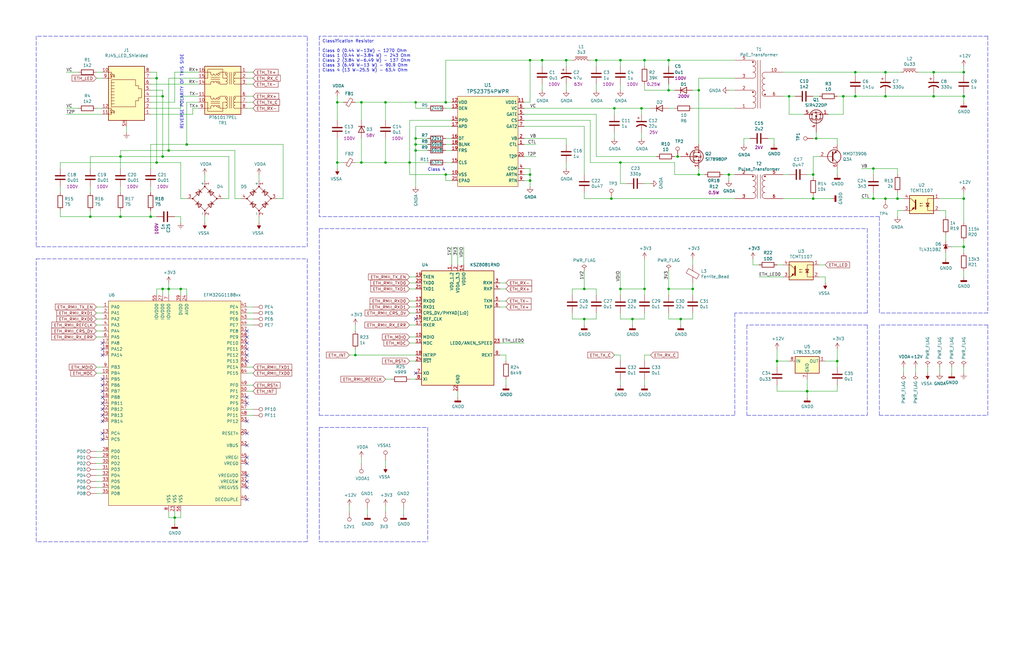
<source format=kicad_sch>
(kicad_sch (version 20211123) (generator eeschema)
  (paper "B")
  (title_block (title "Power Over Ethernet Chassis") (rev "1") (company "Alex Crawford"))
  (junction (at 261.62 25.4))
  (junction (at 266.7 134.62))
  (junction (at 66.04 33.02))
  (junction (at 149.86 149.86))
  (junction (at 281.94 25.4))
  (junction (at 373.38 40.64))
  (junction (at 172.72 68.58))
  (junction (at 360.68 40.64))
  (junction (at 307.34 73.66))
  (junction (at 344.17 58.42))
  (junction (at 162.56 43.18))
  (junction (at 175.26 58.42))
  (junction (at 406.4 104.14))
  (junction (at 360.68 30.48))
  (junction (at 68.58 40.64))
  (junction (at 175.26 60.96))
  (junction (at 73.66 218.44))
  (junction (at 285.75 66.04))
  (junction (at 271.78 121.92))
  (junction (at 238.76 25.4))
  (junction (at 63.5 91.44))
  (junction (at 332.74 40.64))
  (junction (at 142.24 43.18))
  (junction (at 223.52 73.66))
  (junction (at 261.62 68.58))
  (junction (at 246.38 134.62))
  (junction (at 270.51 45.72))
  (junction (at 340.36 165.1))
  (junction (at 281.94 121.92))
  (junction (at 368.3 83.82))
  (junction (at 393.7 30.48))
  (junction (at 71.12 121.92))
  (junction (at 287.02 134.62))
  (junction (at 378.46 83.82))
  (junction (at 261.62 121.92))
  (junction (at 187.96 43.18))
  (junction (at 66.04 68.58))
  (junction (at 68.58 66.04))
  (junction (at 162.56 68.58))
  (junction (at 142.24 68.58))
  (junction (at 353.06 152.4))
  (junction (at 406.4 83.82))
  (junction (at 187.96 73.66))
  (junction (at 223.52 25.4))
  (junction (at 50.8 66.04))
  (junction (at 175.26 43.18))
  (junction (at 271.78 25.4))
  (junction (at 175.26 63.5))
  (junction (at 78.74 60.96))
  (junction (at 71.12 63.5))
  (junction (at 342.9 83.82))
  (junction (at 228.6 25.4))
  (junction (at 406.4 30.48))
  (junction (at 355.6 40.64))
  (junction (at 281.94 38.1))
  (junction (at 342.9 73.66))
  (junction (at 223.52 76.2))
  (junction (at 373.38 30.48))
  (junction (at 294.64 38.1))
  (junction (at 68.58 121.92))
  (junction (at 327.66 152.4))
  (junction (at 76.2 121.92))
  (junction (at 50.8 91.44))
  (junction (at 38.1 91.44))
  (junction (at 294.64 73.66))
  (junction (at 152.4 43.18))
  (junction (at 251.46 25.4))
  (junction (at 246.38 121.92))
  (junction (at 393.7 40.64))
  (junction (at 368.3 71.12))
  (junction (at 259.08 45.72))
  (junction (at 373.38 83.82))
  (junction (at 292.1 121.92))
  (junction (at 406.4 40.64))
  (junction (at 152.4 68.58))
  (junction (at 257.81 83.82))
  (no_connect (at 104.14 142.24))
  (no_connect (at 104.14 187.96))
  (no_connect (at 175.26 134.62))
  (no_connect (at 43.18 185.42))
  (no_connect (at 104.14 152.4))
  (no_connect (at 43.18 162.56))
  (no_connect (at 43.18 165.1))
  (no_connect (at 104.14 200.66))
  (no_connect (at 43.18 182.88))
  (no_connect (at 104.14 210.82))
  (no_connect (at 104.14 147.32))
  (no_connect (at 43.18 167.64))
  (no_connect (at 104.14 193.04))
  (no_connect (at 104.14 170.18))
  (no_connect (at 43.18 175.26))
  (no_connect (at 43.18 160.02))
  (no_connect (at 104.14 167.64))
  (no_connect (at 104.14 205.74))
  (no_connect (at 104.14 144.78))
  (no_connect (at 104.14 139.7))
  (no_connect (at 43.18 172.72))
  (no_connect (at 175.26 157.48))
  (no_connect (at 43.18 170.18))
  (no_connect (at 43.18 149.86))
  (no_connect (at 104.14 182.88))
  (no_connect (at 43.18 177.8))
  (no_connect (at 104.14 203.2))
  (no_connect (at 43.18 144.78))
  (no_connect (at 104.14 149.86))
  (no_connect (at 104.14 177.8))
  (no_connect (at 43.18 147.32))
  (no_connect (at 104.14 195.58))
  (wire (pts (xy 193.04 104.14) (xy 193.04 111.76)))
  (wire (pts (xy 330.2 30.48) (xy 360.68 30.48)))
  (wire (pts (xy 228.6 25.4) (xy 228.6 27.94)))
  (wire (pts (xy 63.5 38.1) (xy 68.58 38.1)))
  (wire (pts (xy 294.64 73.66) (xy 297.18 73.66)))
  (wire (pts (xy 271.78 121.92) (xy 271.78 124.46)))
  (wire (pts (xy 106.68 165.1) (xy 104.14 165.1)))
  (wire (pts (xy 261.62 25.4) (xy 261.62 27.94)))
  (wire (pts (xy 81.28 48.26) (xy 81.28 45.72)))
  (wire (pts (xy 63.5 78.74) (xy 63.5 81.28)))
  (wire (pts (xy 63.5 43.18) (xy 73.66 43.18)))
  (wire (pts (xy 393.7 40.64) (xy 406.4 40.64)))
  (wire (pts (xy 68.58 121.92) (xy 71.12 121.92)))
  (wire (pts (xy 93.98 83.82) (xy 96.52 83.82)))
  (wire (pts (xy 175.26 63.5) (xy 175.26 78.74)))
  (wire (pts (xy 261.62 162.56) (xy 261.62 160.02)))
  (wire (pts (xy 142.24 58.42) (xy 142.24 68.58)))
  (wire (pts (xy 378.46 83.82) (xy 378.46 81.28)))
  (wire (pts (xy 78.74 121.92) (xy 78.74 124.46)))
  (wire (pts (xy 270.51 55.88) (xy 270.51 58.42)))
  (wire (pts (xy 261.62 77.47) (xy 264.16 77.47)))
  (wire (pts (xy 213.36 129.54) (xy 210.82 129.54)))
  (wire (pts (xy 271.78 27.94) (xy 271.78 25.4)))
  (wire (pts (xy 162.56 194.31) (xy 162.56 196.85)))
  (wire (pts (xy 261.62 121.92) (xy 271.78 121.92)))
  (wire (pts (xy 261.62 149.86) (xy 261.62 152.4)))
  (wire (pts (xy 104.14 137.16) (xy 106.68 137.16)))
  (wire (pts (xy 287.02 134.62) (xy 292.1 134.62)))
  (wire (pts (xy 172.72 144.78) (xy 175.26 144.78)))
  (wire (pts (xy 76.2 40.64) (xy 83.82 40.64)))
  (wire (pts (xy 304.8 73.66) (xy 307.34 73.66)))
  (wire (pts (xy 406.4 30.48) (xy 406.4 27.94)))
  (wire (pts (xy 332.74 40.64) (xy 335.28 40.64)))
  (wire (pts (xy 378.46 83.82) (xy 381 83.82)))
  (wire (pts (xy 261.62 68.58) (xy 284.48 68.58)))
  (wire (pts (xy 327.66 165.1) (xy 340.36 165.1)))
  (wire (pts (xy 281.94 25.4) (xy 309.88 25.4)))
  (wire (pts (xy 40.64 139.7) (xy 43.18 139.7)))
  (wire (pts (xy 373.38 40.64) (xy 393.7 40.64)))
  (polyline (pts (xy 370.84 175.26) (xy 416.56 175.26)))
  (wire (pts (xy 261.62 68.58) (xy 261.62 77.47)))
  (wire (pts (xy 251.46 121.92) (xy 251.46 124.46)))
  (wire (pts (xy 251.46 48.26) (xy 220.98 48.26)))
  (wire (pts (xy 40.64 200.66) (xy 43.18 200.66)))
  (wire (pts (xy 353.06 73.66) (xy 353.06 71.12)))
  (wire (pts (xy 396.24 88.9) (xy 398.78 88.9)))
  (wire (pts (xy 238.76 25.4) (xy 238.76 27.94)))
  (wire (pts (xy 281.94 27.94) (xy 281.94 25.4)))
  (wire (pts (xy 292.1 109.22) (xy 292.1 111.76)))
  (wire (pts (xy 66.04 68.58) (xy 76.2 68.58)))
  (wire (pts (xy 220.98 76.2) (xy 223.52 76.2)))
  (polyline (pts (xy 370.84 91.44) (xy 134.62 91.44)))
  (wire (pts (xy 246.38 53.34) (xy 246.38 73.66)))
  (wire (pts (xy 396.24 157.48) (xy 396.24 154.94)))
  (wire (pts (xy 398.78 106.68) (xy 398.78 109.22)))
  (wire (pts (xy 360.68 39.37) (xy 360.68 40.64)))
  (wire (pts (xy 220.98 43.18) (xy 223.52 43.18)))
  (wire (pts (xy 340.36 165.1) (xy 353.06 165.1)))
  (wire (pts (xy 241.3 124.46) (xy 241.3 121.92)))
  (wire (pts (xy 292.1 134.62) (xy 292.1 132.08)))
  (wire (pts (xy 175.26 63.5) (xy 175.26 60.96)))
  (polyline (pts (xy 416.56 15.24) (xy 134.62 15.24)))
  (polyline (pts (xy 134.62 96.52) (xy 134.62 175.26)))
  (wire (pts (xy 257.81 83.82) (xy 246.38 83.82)))
  (wire (pts (xy 172.72 137.16) (xy 175.26 137.16)))
  (wire (pts (xy 104.14 132.08) (xy 106.68 132.08)))
  (wire (pts (xy 73.66 218.44) (xy 73.66 220.98)))
  (wire (pts (xy 78.74 43.18) (xy 78.74 60.96)))
  (polyline (pts (xy 180.34 180.34) (xy 180.34 228.6)))
  (wire (pts (xy 162.56 50.8) (xy 162.56 43.18)))
  (wire (pts (xy 228.6 38.1) (xy 228.6 35.56)))
  (wire (pts (xy 104.14 154.94) (xy 106.68 154.94)))
  (wire (pts (xy 353.06 58.42) (xy 353.06 60.96)))
  (wire (pts (xy 307.34 76.2) (xy 307.34 73.66)))
  (wire (pts (xy 210.82 149.86) (xy 213.36 149.86)))
  (wire (pts (xy 223.52 78.74) (xy 223.52 76.2)))
  (polyline (pts (xy 309.88 132.08) (xy 309.88 175.26)))
  (wire (pts (xy 172.72 127) (xy 175.26 127)))
  (wire (pts (xy 71.12 121.92) (xy 76.2 121.92)))
  (wire (pts (xy 40.64 193.04) (xy 43.18 193.04)))
  (wire (pts (xy 25.4 91.44) (xy 38.1 91.44)))
  (wire (pts (xy 281.94 38.1) (xy 284.48 38.1)))
  (wire (pts (xy 149.86 149.86) (xy 149.86 147.32)))
  (wire (pts (xy 378.46 73.66) (xy 378.46 71.12)))
  (wire (pts (xy 104.14 134.62) (xy 106.68 134.62)))
  (polyline (pts (xy 416.56 137.16) (xy 370.84 137.16)))
  (polyline (pts (xy 416.56 175.26) (xy 416.56 137.16)))
  (wire (pts (xy 76.2 91.44) (xy 76.2 93.98)))
  (wire (pts (xy 360.68 30.48) (xy 373.38 30.48)))
  (wire (pts (xy 154.94 217.17) (xy 154.94 214.63)))
  (wire (pts (xy 27.94 48.26) (xy 43.18 48.26)))
  (wire (pts (xy 220.98 53.34) (xy 246.38 53.34)))
  (wire (pts (xy 152.4 50.8) (xy 152.4 43.18)))
  (wire (pts (xy 187.96 68.58) (xy 190.5 68.58)))
  (wire (pts (xy 104.14 175.26) (xy 106.68 175.26)))
  (wire (pts (xy 104.14 129.54) (xy 106.68 129.54)))
  (wire (pts (xy 63.5 33.02) (xy 66.04 33.02)))
  (wire (pts (xy 53.34 53.34) (xy 53.34 55.88)))
  (polyline (pts (xy 15.24 228.6) (xy 15.24 109.22)))
  (wire (pts (xy 162.56 160.02) (xy 165.1 160.02)))
  (wire (pts (xy 162.56 58.42) (xy 162.56 68.58)))
  (wire (pts (xy 109.22 93.98) (xy 109.22 91.44)))
  (wire (pts (xy 99.06 83.82) (xy 99.06 63.5)))
  (wire (pts (xy 271.78 160.02) (xy 271.78 162.56)))
  (wire (pts (xy 172.72 142.24) (xy 175.26 142.24)))
  (wire (pts (xy 142.24 43.18) (xy 144.78 43.18)))
  (wire (pts (xy 68.58 124.46) (xy 68.58 121.92)))
  (wire (pts (xy 40.64 137.16) (xy 43.18 137.16)))
  (wire (pts (xy 327.66 152.4) (xy 332.74 152.4)))
  (wire (pts (xy 63.5 35.56) (xy 83.82 35.56)))
  (wire (pts (xy 271.78 35.56) (xy 271.78 38.1)))
  (wire (pts (xy 104.14 43.18) (xy 106.68 43.18)))
  (wire (pts (xy 281.94 134.62) (xy 287.02 134.62)))
  (wire (pts (xy 73.66 215.9) (xy 73.66 218.44)))
  (wire (pts (xy 187.96 25.4) (xy 187.96 43.18)))
  (wire (pts (xy 172.72 121.92) (xy 175.26 121.92)))
  (wire (pts (xy 353.06 165.1) (xy 353.06 162.56)))
  (wire (pts (xy 406.4 83.82) (xy 406.4 81.28)))
  (wire (pts (xy 251.46 27.94) (xy 251.46 25.4)))
  (wire (pts (xy 142.24 43.18) (xy 142.24 50.8)))
  (wire (pts (xy 344.17 55.88) (xy 344.17 58.42)))
  (wire (pts (xy 281.94 121.92) (xy 292.1 121.92)))
  (wire (pts (xy 210.82 144.78) (xy 220.98 144.78)))
  (wire (pts (xy 373.38 39.37) (xy 373.38 40.64)))
  (wire (pts (xy 259.08 48.26) (xy 259.08 45.72)))
  (wire (pts (xy 66.04 33.02) (xy 66.04 68.58)))
  (polyline (pts (xy 15.24 109.22) (xy 129.54 109.22)))
  (wire (pts (xy 187.96 43.18) (xy 190.5 43.18)))
  (wire (pts (xy 294.64 38.1) (xy 294.64 33.02)))
  (wire (pts (xy 119.38 60.96) (xy 119.38 83.82)))
  (wire (pts (xy 323.85 58.42) (xy 326.39 58.42)))
  (wire (pts (xy 330.2 116.84) (xy 320.04 116.84)))
  (wire (pts (xy 172.72 68.58) (xy 180.34 68.58)))
  (wire (pts (xy 50.8 88.9) (xy 50.8 91.44)))
  (wire (pts (xy 116.84 83.82) (xy 119.38 83.82)))
  (wire (pts (xy 261.62 134.62) (xy 266.7 134.62)))
  (wire (pts (xy 187.96 63.5) (xy 190.5 63.5)))
  (wire (pts (xy 406.4 104.14) (xy 406.4 101.6)))
  (wire (pts (xy 172.72 50.8) (xy 172.72 68.58)))
  (wire (pts (xy 276.86 66.04) (xy 251.46 66.04)))
  (wire (pts (xy 393.7 30.48) (xy 393.7 31.75)))
  (wire (pts (xy 226.06 60.96) (xy 220.98 60.96)))
  (wire (pts (xy 172.72 116.84) (xy 175.26 116.84)))
  (wire (pts (xy 307.34 38.1) (xy 309.88 38.1)))
  (wire (pts (xy 309.88 83.82) (xy 257.81 83.82)))
  (wire (pts (xy 149.86 139.7) (xy 149.86 137.16)))
  (wire (pts (xy 342.9 73.66) (xy 342.9 74.93)))
  (wire (pts (xy 152.4 68.58) (xy 149.86 68.58)))
  (wire (pts (xy 228.6 25.4) (xy 223.52 25.4)))
  (wire (pts (xy 162.56 68.58) (xy 172.72 68.58)))
  (wire (pts (xy 175.26 43.18) (xy 162.56 43.18)))
  (wire (pts (xy 190.5 76.2) (xy 187.96 76.2)))
  (wire (pts (xy 398.78 101.6) (xy 398.78 99.06)))
  (wire (pts (xy 355.6 40.64) (xy 355.6 48.26)))
  (wire (pts (xy 353.06 147.32) (xy 353.06 152.4)))
  (wire (pts (xy 175.26 43.18) (xy 175.26 45.72)))
  (wire (pts (xy 40.64 134.62) (xy 43.18 134.62)))
  (wire (pts (xy 271.78 109.22) (xy 271.78 121.92)))
  (wire (pts (xy 406.4 83.82) (xy 406.4 93.98)))
  (wire (pts (xy 285.75 66.04) (xy 284.48 66.04)))
  (wire (pts (xy 259.08 55.88) (xy 259.08 58.42)))
  (wire (pts (xy 345.44 111.76) (xy 347.98 111.76)))
  (wire (pts (xy 71.12 218.44) (xy 73.66 218.44)))
  (wire (pts (xy 76.2 121.92) (xy 78.74 121.92)))
  (wire (pts (xy 292.1 45.72) (xy 309.88 45.72)))
  (wire (pts (xy 330.2 73.66) (xy 332.74 73.66)))
  (wire (pts (xy 172.72 119.38) (xy 175.26 119.38)))
  (wire (pts (xy 38.1 66.04) (xy 38.1 71.12)))
  (wire (pts (xy 213.36 127) (xy 210.82 127)))
  (wire (pts (xy 40.64 132.08) (xy 43.18 132.08)))
  (wire (pts (xy 406.4 30.48) (xy 406.4 31.75)))
  (wire (pts (xy 223.52 71.12) (xy 223.52 73.66)))
  (wire (pts (xy 142.24 71.12) (xy 142.24 68.58)))
  (wire (pts (xy 71.12 33.02) (xy 71.12 63.5)))
  (polyline (pts (xy 365.76 137.16) (xy 365.76 175.26)))
  (wire (pts (xy 261.62 114.3) (xy 261.62 121.92)))
  (wire (pts (xy 106.68 162.56) (xy 104.14 162.56)))
  (wire (pts (xy 175.26 60.96) (xy 175.26 58.42)))
  (wire (pts (xy 73.66 30.48) (xy 83.82 30.48)))
  (wire (pts (xy 190.5 73.66) (xy 187.96 73.66)))
  (wire (pts (xy 71.12 63.5) (xy 99.06 63.5)))
  (wire (pts (xy 228.6 25.4) (xy 238.76 25.4)))
  (wire (pts (xy 76.2 215.9) (xy 76.2 218.44)))
  (wire (pts (xy 313.69 58.42) (xy 313.69 60.96)))
  (polyline (pts (xy 134.62 96.52) (xy 365.76 96.52)))
  (wire (pts (xy 223.52 73.66) (xy 220.98 73.66)))
  (wire (pts (xy 387.35 30.48) (xy 393.7 30.48)))
  (wire (pts (xy 246.38 134.62) (xy 241.3 134.62)))
  (wire (pts (xy 355.6 48.26) (xy 349.25 48.26)))
  (wire (pts (xy 175.26 149.86) (xy 149.86 149.86)))
  (wire (pts (xy 251.46 134.62) (xy 246.38 134.62)))
  (wire (pts (xy 355.6 40.64) (xy 360.68 40.64)))
  (wire (pts (xy 187.96 45.72) (xy 190.5 45.72)))
  (wire (pts (xy 76.2 124.46) (xy 76.2 121.92)))
  (polyline (pts (xy 134.62 175.26) (xy 309.88 175.26)))
  (wire (pts (xy 149.86 43.18) (xy 152.4 43.18)))
  (wire (pts (xy 104.14 157.48) (xy 106.68 157.48)))
  (wire (pts (xy 292.1 38.1) (xy 294.64 38.1)))
  (wire (pts (xy 81.28 45.72) (xy 83.82 45.72)))
  (wire (pts (xy 248.92 68.58) (xy 261.62 68.58)))
  (wire (pts (xy 292.1 121.92) (xy 292.1 124.46)))
  (wire (pts (xy 63.5 91.44) (xy 66.04 91.44)))
  (wire (pts (xy 406.4 104.14) (xy 406.4 106.68)))
  (wire (pts (xy 40.64 142.24) (xy 43.18 142.24)))
  (wire (pts (xy 259.08 45.72) (xy 270.51 45.72)))
  (wire (pts (xy 175.26 53.34) (xy 190.5 53.34)))
  (wire (pts (xy 63.5 88.9) (xy 63.5 91.44)))
  (wire (pts (xy 147.32 215.9) (xy 147.32 213.36)))
  (wire (pts (xy 340.36 165.1) (xy 340.36 167.64)))
  (wire (pts (xy 40.64 154.94) (xy 43.18 154.94)))
  (wire (pts (xy 152.4 195.58) (xy 152.4 193.04)))
  (wire (pts (xy 287.02 66.04) (xy 285.75 66.04)))
  (wire (pts (xy 50.8 66.04) (xy 68.58 66.04)))
  (wire (pts (xy 68.58 40.64) (xy 68.58 66.04)))
  (wire (pts (xy 248.92 50.8) (xy 248.92 68.58)))
  (wire (pts (xy 172.72 129.54) (xy 175.26 129.54)))
  (wire (pts (xy 271.78 25.4) (xy 281.94 25.4)))
  (wire (pts (xy 104.14 40.64) (xy 106.68 40.64)))
  (wire (pts (xy 381 157.48) (xy 381 154.94)))
  (wire (pts (xy 281.94 45.72) (xy 284.48 45.72)))
  (wire (pts (xy 350.52 83.82) (xy 342.9 83.82)))
  (wire (pts (xy 71.12 121.92) (xy 71.12 119.38)))
  (wire (pts (xy 401.32 157.48) (xy 401.32 154.94)))
  (wire (pts (xy 96.52 66.04) (xy 96.52 83.82)))
  (wire (pts (xy 238.76 58.42) (xy 220.98 58.42)))
  (wire (pts (xy 251.46 66.04) (xy 251.46 48.26)))
  (wire (pts (xy 162.56 215.9) (xy 162.56 213.36)))
  (wire (pts (xy 332.74 48.26) (xy 332.74 40.64)))
  (wire (pts (xy 378.46 88.9) (xy 381 88.9)))
  (wire (pts (xy 50.8 63.5) (xy 71.12 63.5)))
  (wire (pts (xy 360.68 40.64) (xy 373.38 40.64)))
  (wire (pts (xy 152.4 43.18) (xy 162.56 43.18)))
  (wire (pts (xy 327.66 147.32) (xy 327.66 152.4)))
  (wire (pts (xy 175.26 43.18) (xy 187.96 43.18)))
  (wire (pts (xy 353.06 154.94) (xy 353.06 152.4)))
  (wire (pts (xy 213.36 119.38) (xy 210.82 119.38)))
  (wire (pts (xy 68.58 40.64) (xy 63.5 40.64)))
  (wire (pts (xy 71.12 215.9) (xy 71.12 218.44)))
  (wire (pts (xy 172.72 68.58) (xy 172.72 73.66)))
  (wire (pts (xy 38.1 88.9) (xy 38.1 91.44)))
  (wire (pts (xy 281.94 121.92) (xy 281.94 114.3)))
  (wire (pts (xy 393.7 40.64) (xy 393.7 39.37)))
  (wire (pts (xy 373.38 83.82) (xy 378.46 83.82)))
  (wire (pts (xy 27.94 30.48) (xy 33.02 30.48)))
  (wire (pts (xy 342.9 58.42) (xy 344.17 58.42)))
  (wire (pts (xy 270.51 48.26) (xy 270.51 45.72)))
  (wire (pts (xy 40.64 208.28) (xy 43.18 208.28)))
  (wire (pts (xy 40.64 203.2) (xy 43.18 203.2)))
  (wire (pts (xy 316.23 58.42) (xy 313.69 58.42)))
  (wire (pts (xy 25.4 71.12) (xy 25.4 68.58)))
  (wire (pts (xy 223.52 76.2) (xy 223.52 73.66)))
  (wire (pts (xy 104.14 30.48) (xy 106.68 30.48)))
  (wire (pts (xy 391.16 157.48) (xy 391.16 154.94)))
  (wire (pts (xy 63.5 48.26) (xy 81.28 48.26)))
  (wire (pts (xy 317.5 111.76) (xy 320.04 111.76)))
  (wire (pts (xy 368.3 71.12) (xy 368.3 73.66)))
  (wire (pts (xy 326.39 58.42) (xy 326.39 60.96)))
  (wire (pts (xy 271.78 152.4) (xy 271.78 149.86)))
  (wire (pts (xy 353.06 152.4) (xy 347.98 152.4)))
  (polyline (pts (xy 15.24 104.14) (xy 129.54 104.14)))
  (wire (pts (xy 172.72 73.66) (xy 187.96 73.66)))
  (wire (pts (xy 353.06 40.64) (xy 355.6 40.64)))
  (wire (pts (xy 292.1 121.92) (xy 292.1 119.38)))
  (wire (pts (xy 40.64 45.72) (xy 43.18 45.72)))
  (wire (pts (xy 271.78 134.62) (xy 271.78 132.08)))
  (wire (pts (xy 294.64 71.12) (xy 294.64 73.66)))
  (wire (pts (xy 78.74 60.96) (xy 119.38 60.96)))
  (wire (pts (xy 271.78 149.86) (xy 274.32 149.86)))
  (wire (pts (xy 373.38 31.75) (xy 373.38 30.48)))
  (wire (pts (xy 152.4 58.42) (xy 152.4 68.58)))
  (polyline (pts (xy 129.54 228.6) (xy 15.24 228.6)))
  (wire (pts (xy 248.92 25.4) (xy 251.46 25.4)))
  (wire (pts (xy 396.24 83.82) (xy 406.4 83.82)))
  (wire (pts (xy 251.46 35.56) (xy 251.46 38.1)))
  (wire (pts (xy 27.94 45.72) (xy 33.02 45.72)))
  (wire (pts (xy 25.4 78.74) (xy 25.4 81.28)))
  (wire (pts (xy 284.48 73.66) (xy 294.64 73.66)))
  (wire (pts (xy 180.34 60.96) (xy 175.26 60.96)))
  (wire (pts (xy 281.94 124.46) (xy 281.94 121.92)))
  (polyline (pts (xy 129.54 15.24) (xy 15.24 15.24)))
  (wire (pts (xy 344.17 58.42) (xy 353.06 58.42)))
  (wire (pts (xy 66.04 121.92) (xy 68.58 121.92)))
  (wire (pts (xy 104.14 45.72) (xy 106.68 45.72)))
  (polyline (pts (xy 129.54 104.14) (xy 129.54 15.24)))
  (polyline (pts (xy 129.54 109.22) (xy 129.54 228.6)))
  (wire (pts (xy 307.34 73.66) (xy 309.88 73.66)))
  (wire (pts (xy 109.22 76.2) (xy 109.22 73.66)))
  (wire (pts (xy 40.64 157.48) (xy 43.18 157.48)))
  (polyline (pts (xy 370.84 91.44) (xy 370.84 132.08)))
  (wire (pts (xy 63.5 45.72) (xy 76.2 45.72)))
  (polyline (pts (xy 365.76 137.16) (xy 314.96 137.16)))
  (wire (pts (xy 144.78 68.58) (xy 142.24 68.58)))
  (wire (pts (xy 270.51 45.72) (xy 274.32 45.72)))
  (wire (pts (xy 162.56 68.58) (xy 152.4 68.58)))
  (polyline (pts (xy 15.24 15.24) (xy 15.24 104.14)))
  (wire (pts (xy 281.94 132.08) (xy 281.94 134.62)))
  (polyline (pts (xy 134.62 228.6) (xy 180.34 228.6)))
  (wire (pts (xy 38.1 91.44) (xy 50.8 91.44)))
  (wire (pts (xy 213.36 162.56) (xy 213.36 160.02)))
  (wire (pts (xy 50.8 91.44) (xy 63.5 91.44)))
  (wire (pts (xy 172.72 152.4) (xy 175.26 152.4)))
  (wire (pts (xy 172.72 132.08) (xy 175.26 132.08)))
  (wire (pts (xy 406.4 43.18) (xy 406.4 40.64)))
  (wire (pts (xy 213.36 121.92) (xy 210.82 121.92)))
  (wire (pts (xy 261.62 132.08) (xy 261.62 134.62)))
  (wire (pts (xy 261.62 124.46) (xy 261.62 121.92)))
  (wire (pts (xy 187.96 73.66) (xy 187.96 76.2)))
  (wire (pts (xy 261.62 25.4) (xy 271.78 25.4)))
  (wire (pts (xy 271.78 77.47) (xy 274.32 77.47)))
  (wire (pts (xy 342.9 73.66) (xy 342.9 66.04)))
  (wire (pts (xy 193.04 167.64) (xy 193.04 165.1)))
  (wire (pts (xy 83.82 33.02) (xy 71.12 33.02)))
  (wire (pts (xy 238.76 71.12) (xy 238.76 68.58)))
  (wire (pts (xy 238.76 25.4) (xy 241.3 25.4)))
  (polyline (pts (xy 365.76 132.08) (xy 309.88 132.08)))
  (wire (pts (xy 238.76 35.56) (xy 238.76 38.1)))
  (wire (pts (xy 213.36 149.86) (xy 213.36 152.4)))
  (wire (pts (xy 342.9 83.82) (xy 342.9 82.55)))
  (polyline (pts (xy 134.62 180.34) (xy 134.62 228.6)))
  (wire (pts (xy 246.38 137.16) (xy 246.38 134.62)))
  (wire (pts (xy 251.46 132.08) (xy 251.46 134.62)))
  (wire (pts (xy 86.36 93.98) (xy 86.36 91.44)))
  (wire (pts (xy 25.4 68.58) (xy 66.04 68.58)))
  (wire (pts (xy 246.38 114.3) (xy 246.38 121.92)))
  (wire (pts (xy 332.74 48.26) (xy 339.09 48.26)))
  (wire (pts (xy 342.9 40.64) (xy 345.44 40.64)))
  (wire (pts (xy 66.04 121.92) (xy 66.04 124.46)))
  (wire (pts (xy 180.34 63.5) (xy 175.26 63.5)))
  (wire (pts (xy 78.74 83.82) (xy 76.2 83.82)))
  (wire (pts (xy 220.98 50.8) (xy 248.92 50.8)))
  (wire (pts (xy 175.26 45.72) (xy 180.34 45.72)))
  (wire (pts (xy 40.64 198.12) (xy 43.18 198.12)))
  (wire (pts (xy 368.3 83.82) (xy 368.3 81.28)))
  (wire (pts (xy 25.4 88.9) (xy 25.4 91.44)))
  (polyline (pts (xy 416.56 15.24) (xy 416.56 132.08)))
  (wire (pts (xy 340.36 160.02) (xy 340.36 165.1)))
  (wire (pts (xy 294.64 33.02) (xy 309.88 33.02)))
  (wire (pts (xy 393.7 30.48) (xy 406.4 30.48)))
  (wire (pts (xy 281.94 35.56) (xy 281.94 38.1)))
  (wire (pts (xy 170.18 217.17) (xy 170.18 214.63)))
  (wire (pts (xy 246.38 121.92) (xy 251.46 121.92)))
  (wire (pts (xy 363.22 71.12) (xy 368.3 71.12)))
  (wire (pts (xy 330.2 83.82) (xy 342.9 83.82)))
  (wire (pts (xy 76.2 45.72) (xy 76.2 40.64)))
  (wire (pts (xy 266.7 134.62) (xy 271.78 134.62)))
  (wire (pts (xy 40.64 195.58) (xy 43.18 195.58)))
  (wire (pts (xy 66.04 30.48) (xy 63.5 30.48)))
  (wire (pts (xy 38.1 78.74) (xy 38.1 81.28)))
  (wire (pts (xy 241.3 121.92) (xy 246.38 121.92)))
  (wire (pts (xy 220.98 45.72) (xy 259.08 45.72)))
  (wire (pts (xy 66.04 33.02) (xy 66.04 30.48)))
  (wire (pts (xy 317.5 109.22) (xy 317.5 111.76)))
  (wire (pts (xy 50.8 66.04) (xy 50.8 71.12)))
  (wire (pts (xy 104.14 33.02) (xy 106.68 33.02)))
  (polyline (pts (xy 416.56 132.08) (xy 370.84 132.08)))
  (wire (pts (xy 368.3 83.82) (xy 373.38 83.82)))
  (wire (pts (xy 86.36 76.2) (xy 86.36 73.66)))
  (wire (pts (xy 187.96 60.96) (xy 190.5 60.96)))
  (wire (pts (xy 76.2 83.82) (xy 76.2 68.58)))
  (wire (pts (xy 406.4 154.94) (xy 406.4 157.48)))
  (wire (pts (xy 284.48 68.58) (xy 284.48 73.66)))
  (wire (pts (xy 360.68 31.75) (xy 360.68 30.48)))
  (wire (pts (xy 266.7 134.62) (xy 266.7 137.16)))
  (wire (pts (xy 398.78 88.9) (xy 398.78 91.44)))
  (wire (pts (xy 104.14 172.72) (xy 106.68 172.72)))
  (wire (pts (xy 40.64 190.5) (xy 43.18 190.5)))
  (wire (pts (xy 38.1 66.04) (xy 50.8 66.04)))
  (wire (pts (xy 223.52 25.4) (xy 223.52 43.18)))
  (wire (pts (xy 261.62 35.56) (xy 261.62 38.1)))
  (wire (pts (xy 172.72 160.02) (xy 175.26 160.02)))
  (wire (pts (xy 241.3 134.62) (xy 241.3 132.08)))
  (wire (pts (xy 246.38 81.28) (xy 246.38 83.82)))
  (wire (pts (xy 50.8 63.5) (xy 50.8 66.04)))
  (wire (pts (xy 287.02 134.62) (xy 287.02 137.16)))
  (wire (pts (xy 238.76 60.96) (xy 238.76 58.42)))
  (wire (pts (xy 40.64 30.48) (xy 43.18 30.48)))
  (wire (pts (xy 368.3 71.12) (xy 378.46 71.12)))
  (wire (pts (xy 220.98 66.04) (xy 226.06 66.04)))
  (wire (pts (xy 330.2 40.64) (xy 332.74 40.64)))
  (wire (pts (xy 259.08 149.86) (xy 261.62 149.86)))
  (polyline (pts (xy 134.62 15.24) (xy 134.62 91.44)))
  (wire (pts (xy 68.58 66.04) (xy 96.52 66.04)))
  (wire (pts (xy 40.64 205.74) (xy 43.18 205.74)))
  (wire (pts (xy 71.12 124.46) (xy 71.12 121.92)))
  (wire (pts (xy 195.58 104.14) (xy 195.58 111.76)))
  (wire (pts (xy 347.98 116.84) (xy 347.98 119.38)))
  (wire (pts (xy 340.36 73.66) (xy 342.9 73.66)))
  (wire (pts (xy 73.66 91.44) (xy 76.2 91.44)))
  (wire (pts (xy 342.9 66.04) (xy 345.44 66.04)))
  (wire (pts (xy 180.34 58.42) (xy 175.26 58.42)))
  (wire (pts (xy 378.46 88.9) (xy 378.46 91.44)))
  (wire (pts (xy 294.64 38.1) (xy 294.64 60.96)))
  (wire (pts (xy 175.26 53.34) (xy 175.26 58.42)))
  (wire (pts (xy 73.66 43.18) (xy 73.66 30.48)))
  (wire (pts (xy 251.46 25.4) (xy 261.62 25.4)))
  (wire (pts (xy 187.96 25.4) (xy 223.52 25.4)))
  (wire (pts (xy 43.18 33.02) (xy 40.64 33.02)))
  (wire (pts (xy 368.3 83.82) (xy 363.22 83.82)))
  (wire (pts (xy 104.14 35.56) (xy 106.68 35.56)))
  (wire (pts (xy 63.5 60.96) (xy 78.74 60.96)))
  (wire (pts (xy 187.96 58.42) (xy 190.5 58.42)))
  (wire (pts (xy 386.08 157.48) (xy 386.08 154.94)))
  (wire (pts (xy 271.78 38.1) (xy 281.94 38.1)))
  (wire (pts (xy 379.73 30.48) (xy 373.38 30.48)))
  (wire (pts (xy 406.4 40.64) (xy 406.4 39.37)))
  (wire (pts (xy 401.32 104.14) (xy 406.4 104.14)))
  (wire (pts (xy 327.66 162.56) (xy 327.66 165.1)))
  (wire (pts (xy 83.82 43.18) (xy 78.74 43.18)))
  (wire (pts (xy 50.8 78.74) (xy 50.8 81.28)))
  (polyline (pts (xy 314.96 175.26) (xy 365.76 175.26)))
  (wire (pts (xy 190.5 104.14) (xy 190.5 111.76)))
  (wire (pts (xy 40.64 129.54) (xy 43.18 129.54)))
  (polyline (pts (xy 134.62 180.34) (xy 180.34 180.34)))
  (wire (pts (xy 327.66 154.94) (xy 327.66 152.4)))
  (wire (pts (xy 63.5 71.12) (xy 63.5 60.96)))
  (polyline (pts (xy 365.76 96.52) (xy 365.76 132.08)))
  (wire (pts (xy 190.5 50.8) (xy 172.72 50.8)))
  (wire (pts (xy 345.44 116.84) (xy 347.98 116.84)))
  (wire (pts (xy 101.6 83.82) (xy 99.06 83.82)))
  (wire (pts (xy 406.4 114.3) (xy 406.4 116.84)))
  (wire (pts (xy 220.98 71.12) (xy 223.52 71.12)))
  (wire (pts (xy 330.2 111.76) (xy 327.66 111.76)))
  (polyline (pts (xy 314.96 137.16) (xy 314.96 175.26)))
  (wire (pts (xy 73.66 218.44) (xy 76.2 218.44)))
  (wire (pts (xy 142.24 43.18) (xy 142.24 40.64)))
  (polyline (pts (xy 370.84 175.26) (xy 370.84 137.16)))
  (wire (pts (xy 147.32 149.86) (xy 149.86 149.86)))
  (wire (pts (xy 68.58 38.1) (xy 68.58 40.64)))
  (text "REVERSE POLARITY OF THIS SIDE" (at 77.47 54.61 90) (effects (font (size 1.27 1.27)) (justify left bottom)))
  (text "Classification Resistor\n\nClass 0 (0.44 W-13W) - 1270 Ohm\nClass 1 (0.44 W-3.84 W) - 243 Ohm\nClass 2 (3.84 W-6.49 W) - 137 Ohm\nClass 3 (6.49 W-13 W) - 90.9 Ohm\nClass 4 (13 W-25.5 W) - 63.4 Ohm" (at 135.89 30.48 0) (effects (font (size 1.27 1.27)) (justify left bottom)))
  (text "Class 4" (at 180.34 72.39 0) (effects (font (size 1.27 1.27)) (justify left bottom)))
  (label "CTL" (at 363.22 83.82 0))
  (label "VB" (at 226.06 58.42 180))
  (label "VB" (at 363.22 71.12 0))
  (label "VC" (at 27.94 45.72 0))
  (label "RX+" (at 83.82 30.48 180))
  (label "ETH_LED0" (at 320.04 116.84 0))
  (label "T2P" (at 226.06 66.04 180))
  (label "VDIO" (at 261.62 114.3 270))
  (label "CTL" (at 226.06 60.96 180))
  (label "1V2" (at 190.5 104.14 270))
  (label "3V3" (at 281.94 114.3 270))
  (label "TX-" (at 83.82 40.64 180))
  (label "1V2" (at 246.38 114.3 270))
  (label "VDIO" (at 195.58 104.14 270))
  (label "3V3" (at 193.04 104.14 270))
  (label "T2P" (at 27.94 48.26 0))
  (label "RX-" (at 83.82 35.56 180))
  (label "VC" (at 27.94 30.48 0))
  (label "ETH_LED0" (at 220.98 144.78 180))
  (label "VC" (at 226.06 45.72 180))
  (label "TX+" (at 83.82 45.72 180))
  (global_label "ETH_RMII_RXD0" (shape input) (at 172.72 127 180) (property "Intersheet References" "${INTERSHEET_REFS}" (effects hide)))
  (global_label "ETH_RMII_TXD0" (shape input) (at 106.68 157.48 0) (property "Intersheet References" "${INTERSHEET_REFS}" (effects hide)))
  (global_label "ETH_RMII_RXD1" (shape input) (at 172.72 129.54 180) (property "Intersheet References" "${INTERSHEET_REFS}" (effects hide)))
  (global_label "ETH_MDC" (shape input) (at 172.72 144.78 180) (property "Intersheet References" "${INTERSHEET_REFS}" (effects hide)))
  (global_label "ETH_RMII_TXD1" (shape input) (at 106.68 154.94 0) (property "Intersheet References" "${INTERSHEET_REFS}" (effects hide)))
  (global_label "ETH_TX_C" (shape input) (at 259.08 149.86 180) (property "Intersheet References" "${INTERSHEET_REFS}" (effects hide)))
  (global_label "ETH_RMII_TXD0" (shape input) (at 172.72 119.38 180) (property "Intersheet References" "${INTERSHEET_REFS}" (effects hide)))
  (global_label "ETH_RX-" (shape input) (at 213.36 119.38 0) (property "Intersheet References" "${INTERSHEET_REFS}" (effects hide)))
  (global_label "ETH_RMII_RX_ERR" (shape input) (at 40.64 142.24 180) (property "Intersheet References" "${INTERSHEET_REFS}" (effects hide)))
  (global_label "ETH_TX-" (shape input) (at 213.36 127 0) (property "Intersheet References" "${INTERSHEET_REFS}" (effects hide)))
  (global_label "ETH_INT" (shape input) (at 106.68 165.1 0) (property "Intersheet References" "${INTERSHEET_REFS}" (effects hide)))
  (global_label "ETH_LED" (shape input) (at 40.64 33.02 180) (property "Intersheet References" "${INTERSHEET_REFS}" (effects hide)))
  (global_label "ETH_MDC" (shape input) (at 40.64 157.48 180) (property "Intersheet References" "${INTERSHEET_REFS}" (effects hide)))
  (global_label "ETH_TX+" (shape input) (at 106.68 30.48 0) (property "Intersheet References" "${INTERSHEET_REFS}" (effects hide)))
  (global_label "ETH_RMII_REFCLK" (shape input) (at 162.56 160.02 180) (property "Intersheet References" "${INTERSHEET_REFS}" (effects hide)))
  (global_label "ETH_RX_C" (shape input) (at 274.32 149.86 0) (property "Intersheet References" "${INTERSHEET_REFS}" (effects hide)))
  (global_label "ETH_RMII_RXD1" (shape input) (at 40.64 132.08 180) (property "Intersheet References" "${INTERSHEET_REFS}" (effects hide)))
  (global_label "ETH_RMII_REFCLK" (shape input) (at 40.64 137.16 180) (property "Intersheet References" "${INTERSHEET_REFS}" (effects hide)))
  (global_label "ETH_RMII_TXD1" (shape input) (at 172.72 121.92 180) (property "Intersheet References" "${INTERSHEET_REFS}" (effects hide)))
  (global_label "ETH_TX_C" (shape input) (at 106.68 43.18 0) (property "Intersheet References" "${INTERSHEET_REFS}" (effects hide)))
  (global_label "ETH_RX+" (shape input) (at 213.36 121.92 0) (property "Intersheet References" "${INTERSHEET_REFS}" (effects hide)))
  (global_label "ETH_RMII_CRS_DV" (shape input) (at 172.72 132.08 180) (property "Intersheet References" "${INTERSHEET_REFS}" (effects hide)))
  (global_label "ETH_RX+" (shape input) (at 106.68 40.64 0) (property "Intersheet References" "${INTERSHEET_REFS}" (effects hide)))
  (global_label "ETH_RSTn" (shape input) (at 106.68 162.56 0) (property "Intersheet References" "${INTERSHEET_REFS}" (effects hide)))
  (global_label "ETH_RMII_RX_ERR" (shape input) (at 172.72 137.16 180) (property "Intersheet References" "${INTERSHEET_REFS}" (effects hide)))
  (global_label "ETH_RX-" (shape input) (at 106.68 45.72 0) (property "Intersheet References" "${INTERSHEET_REFS}" (effects hide)))
  (global_label "ETH_MDIO" (shape input) (at 172.72 142.24 180) (property "Intersheet References" "${INTERSHEET_REFS}" (effects hide)))
  (global_label "ETH_TX-" (shape input) (at 106.68 35.56 0) (property "Intersheet References" "${INTERSHEET_REFS}" (effects hide)))
  (global_label "ETH_RSTn" (shape input) (at 172.72 152.4 180) (property "Intersheet References" "${INTERSHEET_REFS}" (effects hide)))
  (global_label "ETH_RX_C" (shape input) (at 106.68 33.02 0) (property "Intersheet References" "${INTERSHEET_REFS}" (effects hide)))
  (global_label "ETH_LED" (shape input) (at 347.98 111.76 0) (property "Intersheet References" "${INTERSHEET_REFS}" (effects hide)))
  (global_label "ETH_RMII_RXD0" (shape input) (at 40.64 134.62 180) (property "Intersheet References" "${INTERSHEET_REFS}" (effects hide)))
  (global_label "ETH_RMII_CRS_DV" (shape input) (at 40.64 139.7 180) (property "Intersheet References" "${INTERSHEET_REFS}" (effects hide)))
  (global_label "ETH_RMII_TX_EN" (shape input) (at 40.64 129.54 180) (property "Intersheet References" "${INTERSHEET_REFS}" (effects hide)))
  (global_label "ETH_TX+" (shape input) (at 213.36 129.54 0) (property "Intersheet References" "${INTERSHEET_REFS}" (effects hide)))
  (global_label "ETH_INT" (shape input) (at 147.32 149.86 180) (property "Intersheet References" "${INTERSHEET_REFS}" (effects hide)))
  (global_label "ETH_RMII_TX_EN" (shape input) (at 172.72 116.84 180) (property "Intersheet References" "${INTERSHEET_REFS}" (effects hide)))
  (global_label "ETH_MDIO" (shape input) (at 40.64 154.94 180) (property "Intersheet References" "${INTERSHEET_REFS}" (effects hide)))
  (symbol (lib_id "common:EFM32GG11B8xx") (at 73.66 170.18 0) (unit 1)
    (property "Reference" "U6" (at 45.72 124.46 0) (effects (justify left)))
    (property "Value" "EFM32GG11B8xx" (at 101.6 124.46 0) (effects (justify right)))
    (property "Footprint" "common:QFP-64" (effects hide))
  )
  (symbol (lib_id "Interface_Ethernet:KSZ8081RND") (at 193.04 139.7 0) (unit 1)
    (property "Reference" "U4" (at 177.8 111.76 0) (effects (justify left)))
    (property "Value" "KSZ8081RND" (at 210.82 111.76 0) (effects (justify right)))
    (property "Footprint" "common:QFN-24" (effects hide))
    (property "Datasheet" "http://ww1.microchip.com/downloads/en/DeviceDoc/00002199A.pdf" (effects hide))
  )
  (symbol (lib_id "Device:R") (at 149.86 143.51 0) (unit 1)
    (property "Reference" "R23" (at 151.638 142.3416 0) (effects (justify left)))
    (property "Value" "1k" (at 151.638 144.653 0) (effects (justify left)))
    (property "Footprint" "Resistor_SMD:R_0402_1005Metric" (effects hide))
  )
  (symbol (lib_id "Device:R") (at 168.91 160.02 270) (unit 1)
    (property "Reference" "R25" (at 168.91 154.7622 90))
    (property "Value" "49R9" (at 168.91 157.0736 90))
    (property "Footprint" "Resistor_SMD:R_0402_1005Metric" (effects hide))
  )
  (symbol (lib_id "Device:R") (at 213.36 156.21 0) (unit 1)
    (property "Reference" "R24" (at 215.138 155.0416 0) (effects (justify left)))
    (property "Value" "6k49" (at 215.138 157.353 0) (effects (justify left)))
    (property "Footprint" "Resistor_SMD:R_0402_1005Metric" (effects hide))
  )
  (symbol (lib_id "common:RJ45_LED_SHEILDED") (at 53.34 38.1 0) (unit 1)
    (property "Reference" "J1" (at 53.34 21.1582 0))
    (property "Value" "RJ45_LED_Shielded" (at 53.34 23.4696 0))
    (property "Footprint" "common:RJHSE-538X" (effects hide))
  )
  (symbol (lib_id "Device:C") (at 251.46 128.27 0) (unit 1)
    (property "Reference" "C27" (at 254.381 127.1016 0) (effects (justify left)))
    (property "Value" "0u1" (at 254.381 129.413 0) (effects (justify left)))
    (property "Footprint" "Capacitor_SMD:C_0402_1005Metric" (effects hide))
  )
  (symbol (lib_id "Device:C") (at 241.3 128.27 0) (unit 1)
    (property "Reference" "C26" (at 244.221 127.1016 0) (effects (justify left)))
    (property "Value" "2u2" (at 244.221 129.413 0) (effects (justify left)))
    (property "Footprint" "Capacitor_SMD:C_0402_1005Metric" (effects hide))
  )
  (symbol (lib_id "Device:Ferrite_Bead") (at 292.1 115.57 0) (unit 1)
    (property "Reference" "L3" (at 295.5798 114.4016 0) (effects (justify left)))
    (property "Value" "Ferrite_Bead" (at 295.5798 116.713 0) (effects (justify left)))
    (property "Footprint" "Inductor_SMD:L_0402_1005Metric" (effects hide))
  )
  (symbol (lib_id "Device:C") (at 271.78 128.27 0) (unit 1)
    (property "Reference" "C29" (at 274.701 127.1016 0) (effects (justify left)))
    (property "Value" "0u1" (at 274.701 129.413 0) (effects (justify left)))
    (property "Footprint" "Capacitor_SMD:C_0402_1005Metric" (effects hide))
  )
  (symbol (lib_id "Device:C") (at 261.62 128.27 0) (unit 1)
    (property "Reference" "C28" (at 264.541 127.1016 0) (effects (justify left)))
    (property "Value" "22u" (at 264.541 129.413 0) (effects (justify left)))
    (property "Footprint" "Capacitor_SMD:C_0805_2012Metric" (effects hide))
  )
  (symbol (lib_id "Device:C") (at 292.1 128.27 0) (unit 1)
    (property "Reference" "C31" (at 295.021 127.1016 0) (effects (justify left)))
    (property "Value" "0u1" (at 295.021 129.413 0) (effects (justify left)))
    (property "Footprint" "Capacitor_SMD:C_0402_1005Metric" (effects hide))
  )
  (symbol (lib_id "Device:C") (at 281.94 128.27 0) (unit 1)
    (property "Reference" "C30" (at 284.861 127.1016 0) (effects (justify left)))
    (property "Value" "22u" (at 284.861 129.413 0) (effects (justify left)))
    (property "Footprint" "Capacitor_SMD:C_0805_2012Metric" (effects hide))
  )
  (symbol (lib_id "power:VDDA") (at 109.22 73.66 0) (unit 1)
    (property "Reference" "#PWR018" (effects hide))
    (property "Value" "VDDA" (at 109.6518 69.2658 0))
  )
  (symbol (lib_id "power:VDDA") (at 86.36 73.66 0) (unit 1)
    (property "Reference" "#PWR017" (effects hide))
    (property "Value" "VDDA" (at 86.7918 69.2658 0))
  )
  (symbol (lib_id "power:VSSA") (at 86.36 93.98 180) (unit 1)
    (property "Reference" "#PWR028" (effects hide))
    (property "Value" "VSSA" (at 85.9028 98.3742 0))
  )
  (symbol (lib_id "power:VSSA") (at 109.22 93.98 180) (unit 1)
    (property "Reference" "#PWR029" (effects hide))
    (property "Value" "VSSA" (at 108.7628 98.3742 0))
  )
  (symbol (lib_id "Device:C") (at 142.24 54.61 0) (unit 1)
    (property "Reference" "C13" (at 145.161 53.4416 0) (effects (justify left)))
    (property "Value" "1n" (at 145.161 55.753 0) (effects (justify left)))
    (property "Footprint" "Capacitor_SMD:C_0402_1005Metric" (effects hide))
    (property "Voltage" "100V" (at 147.32 58.42 0))
  )
  (symbol (lib_id "Device:C") (at 162.56 54.61 0) (unit 1)
    (property "Reference" "C14" (at 165.481 53.4416 0) (effects (justify left)))
    (property "Value" "0u1" (at 165.481 55.753 0) (effects (justify left)))
    (property "Footprint" "Capacitor_SMD:C_0402_1005Metric" (effects hide))
    (property "Voltage" "100V" (at 167.64 58.42 0))
  )
  (symbol (lib_id "Device:R") (at 184.15 45.72 270) (unit 1)
    (property "Reference" "R5" (at 179.07 44.45 90))
    (property "Value" "24k9" (at 184.15 45.72 90))
    (property "Footprint" "Resistor_SMD:R_0402_1005Metric" (effects hide))
  )
  (symbol (lib_id "power:VDDA") (at 142.24 40.64 0) (unit 1)
    (property "Reference" "#PWR07" (effects hide))
    (property "Value" "VDDA" (at 142.6718 36.2458 0))
  )
  (symbol (lib_id "Device:C") (at 25.4 74.93 0) (unit 1)
    (property "Reference" "C18" (at 28.321 73.7616 0) (effects (justify left)))
    (property "Value" "0u01" (at 28.321 76.073 0) (effects (justify left)))
    (property "Footprint" "Capacitor_SMD:C_0402_1005Metric" (effects hide))
    (property "Voltage" "100V" (at 30.48 78.74 0))
  )
  (symbol (lib_id "Device:R") (at 25.4 85.09 0) (unit 1)
    (property "Reference" "R15" (at 27.178 83.9216 0) (effects (justify left)))
    (property "Value" "75" (at 27.178 86.233 0) (effects (justify left)))
    (property "Footprint" "Resistor_SMD:R_0402_1005Metric" (effects hide))
  )
  (symbol (lib_id "Device:C") (at 38.1 74.93 0) (unit 1)
    (property "Reference" "C19" (at 41.021 73.7616 0) (effects (justify left)))
    (property "Value" "0u01" (at 41.021 76.073 0) (effects (justify left)))
    (property "Footprint" "Capacitor_SMD:C_0402_1005Metric" (effects hide))
    (property "Voltage" "100V" (at 43.18 78.74 0))
  )
  (symbol (lib_id "Device:R") (at 38.1 85.09 0) (unit 1)
    (property "Reference" "R16" (at 39.878 83.9216 0) (effects (justify left)))
    (property "Value" "75" (at 39.878 86.233 0) (effects (justify left)))
    (property "Footprint" "Resistor_SMD:R_0402_1005Metric" (effects hide))
  )
  (symbol (lib_id "Device:C") (at 50.8 74.93 0) (unit 1)
    (property "Reference" "C20" (at 53.721 73.7616 0) (effects (justify left)))
    (property "Value" "0u01" (at 53.721 76.073 0) (effects (justify left)))
    (property "Footprint" "Capacitor_SMD:C_0402_1005Metric" (effects hide))
    (property "Voltage" "100V" (at 55.88 78.74 0))
  )
  (symbol (lib_id "Device:R") (at 50.8 85.09 0) (unit 1)
    (property "Reference" "R17" (at 52.578 83.9216 0) (effects (justify left)))
    (property "Value" "75" (at 52.578 86.233 0) (effects (justify left)))
    (property "Footprint" "Resistor_SMD:R_0402_1005Metric" (effects hide))
  )
  (symbol (lib_id "Device:C") (at 63.5 74.93 0) (unit 1)
    (property "Reference" "C21" (at 66.421 73.7616 0) (effects (justify left)))
    (property "Value" "0u01" (at 66.421 76.073 0) (effects (justify left)))
    (property "Footprint" "Capacitor_SMD:C_0402_1005Metric" (effects hide))
    (property "Voltage" "100V" (at 68.58 78.74 0))
  )
  (symbol (lib_id "Device:R") (at 63.5 85.09 0) (unit 1)
    (property "Reference" "R18" (at 65.278 83.9216 0) (effects (justify left)))
    (property "Value" "75" (at 65.278 86.233 0) (effects (justify left)))
    (property "Footprint" "Resistor_SMD:R_0402_1005Metric" (effects hide))
  )
  (symbol (lib_id "Device:D_Bridge_+-AA") (at 86.36 83.82 90) (unit 1)
    (property "Reference" "D4" (at 91.44 78.74 90) (effects (justify right)))
    (property "Value" "D_Bridge_+-AA" (effects hide))
    (property "Footprint" "Diode_SMD:Diode_Bridge_Diotec_ABS" (effects hide))
  )
  (symbol (lib_id "Device:D_Bridge_+-AA") (at 109.22 83.82 270) (mirror x) (unit 1)
    (property "Reference" "D5" (at 104.14 78.74 90) (effects (justify right)))
    (property "Value" "D_Bridge_+-AA" (effects hide))
    (property "Footprint" "Diode_SMD:Diode_Bridge_Diotec_ABS" (effects hide))
  )
  (symbol (lib_id "Device:R") (at 184.15 58.42 270) (unit 1)
    (property "Reference" "R7" (at 179.07 57.15 90))
    (property "Value" "22k1" (at 184.15 58.42 90))
    (property "Footprint" "Resistor_SMD:R_0402_1005Metric" (effects hide))
  )
  (symbol (lib_id "Device:R") (at 184.15 60.96 270) (unit 1)
    (property "Reference" "R8" (at 179.07 59.69 90))
    (property "Value" "69k8" (at 184.15 60.96 90))
    (property "Footprint" "Resistor_SMD:R_0402_1005Metric" (effects hide))
  )
  (symbol (lib_id "Device:R") (at 184.15 63.5 270) (unit 1)
    (property "Reference" "R9" (at 179.07 62.23 90))
    (property "Value" "69k8" (at 184.15 63.5 90))
    (property "Footprint" "Resistor_SMD:R_0402_1005Metric" (effects hide))
  )
  (symbol (lib_id "Device:R") (at 184.15 68.58 270) (unit 1)
    (property "Reference" "R11" (at 179.07 67.31 90))
    (property "Value" "63R4" (at 184.15 68.58 90))
    (property "Footprint" "Resistor_SMD:R_0402_1005Metric" (effects hide))
  )
  (symbol (lib_id "power:VSSA") (at 142.24 71.12 180) (unit 1)
    (property "Reference" "#PWR014" (effects hide))
    (property "Value" "VSSA" (at 141.7828 75.5142 0))
  )
  (symbol (lib_id "power:GNDA") (at 223.52 78.74 0) (unit 1)
    (property "Reference" "#PWR023" (effects hide))
    (property "Value" "GNDA" (at 223.647 83.1342 0))
  )
  (symbol (lib_id "power:GNDA") (at 175.26 78.74 0) (unit 1)
    (property "Reference" "#PWR015" (effects hide))
    (property "Value" "GNDA" (at 175.387 81.9658 90) (effects (justify right)))
  )
  (symbol (lib_id "Device:C") (at 261.62 156.21 0) (unit 1)
    (property "Reference" "C32" (at 264.541 155.0416 0) (effects (justify left)))
    (property "Value" "0u1" (at 264.541 157.353 0) (effects (justify left)))
    (property "Footprint" "Capacitor_SMD:C_0402_1005Metric" (effects hide))
  )
  (symbol (lib_id "Device:C") (at 271.78 156.21 0) (unit 1)
    (property "Reference" "C33" (at 274.701 155.0416 0) (effects (justify left)))
    (property "Value" "0u1" (at 274.701 157.353 0) (effects (justify left)))
    (property "Footprint" "Capacitor_SMD:C_0402_1005Metric" (effects hide))
  )
  (symbol (lib_id "Device:D_Zener") (at 152.4 54.61 270) (unit 1)
    (property "Reference" "D3" (at 154.4066 54.61 90) (effects (justify left)))
    (property "Value" "D_Zener" (effects hide))
    (property "Footprint" "Diode_SMD:D_0402_1005Metric" (effects hide))
    (property "Voltage" "58V" (at 156.21 57.15 90))
  )
  (symbol (lib_id "Device:C") (at 228.6 31.75 0) (unit 1)
    (property "Reference" "C1" (at 231.521 30.5816 0) (effects (justify left)))
    (property "Value" "0u1" (at 231.521 32.893 0) (effects (justify left)))
    (property "Footprint" "Capacitor_SMD:C_0402_1005Metric" (effects hide))
    (property "Voltage" "100V" (at 233.68 35.56 0))
  )
  (symbol (lib_id "power:GNDA") (at 228.6 38.1 0) (unit 1)
    (property "Reference" "#PWR02" (effects hide))
    (property "Value" "GNDA" (at 228.727 42.4942 0))
  )
  (symbol (lib_id "power:GNDA") (at 238.76 38.1 0) (unit 1)
    (property "Reference" "#PWR03" (effects hide))
    (property "Value" "GNDA" (at 238.887 42.4942 0))
  )
  (symbol (lib_id "Device:C") (at 251.46 31.75 0) (unit 1)
    (property "Reference" "C3" (at 254.381 30.5816 0) (effects (justify left)))
    (property "Value" "1u" (at 254.381 32.893 0) (effects (justify left)))
    (property "Footprint" "Capacitor_SMD:C_0805_2012Metric" (effects hide))
    (property "Voltage" "100V" (at 256.54 35.56 0))
  )
  (symbol (lib_id "Device:C") (at 261.62 31.75 0) (unit 1)
    (property "Reference" "C4" (at 264.541 30.5816 0) (effects (justify left)))
    (property "Value" "1u" (at 264.541 32.893 0) (effects (justify left)))
    (property "Footprint" "Capacitor_SMD:C_0805_2012Metric" (effects hide))
    (property "Voltage" "100V" (at 266.7 35.56 0))
  )
  (symbol (lib_id "power:GNDA") (at 251.46 38.1 0) (unit 1)
    (property "Reference" "#PWR04" (effects hide))
    (property "Value" "GNDA" (at 251.587 42.4942 0))
  )
  (symbol (lib_id "power:GNDA") (at 261.62 38.1 0) (unit 1)
    (property "Reference" "#PWR05" (effects hide))
    (property "Value" "GNDA" (at 261.747 42.4942 0))
  )
  (symbol (lib_id "Device:L_Core_Iron") (at 245.11 25.4 90) (unit 1)
    (property "Reference" "L1" (at 245.11 19.685 90))
    (property "Value" "3u3" (at 245.11 21.9964 90))
    (property "Footprint" "Inductor_SMD:L_Abracon_ASPI-0630LR" (effects hide))
  )
  (symbol (lib_id "Device:D") (at 288.29 38.1 0) (unit 1)
    (property "Reference" "D1" (at 288.29 35.56 0))
    (property "Value" "D" (effects hide))
    (property "Footprint" "Diode_SMD:D_SMB" (effects hide))
    (property "Voltage" "200V" (at 288.29 40.64 0))
  )
  (symbol (lib_id "Device:R") (at 271.78 31.75 0) (unit 1)
    (property "Reference" "R2" (at 273.558 30.5816 0) (effects (justify left)))
    (property "Value" "39K" (at 273.558 32.893 0) (effects (justify left)))
    (property "Footprint" "Resistor_SMD:R_0805_2012Metric" (effects hide))
    (property "Wattage" "0.25W" (at 275.59 35.56 0))
  )
  (symbol (lib_id "Device:C") (at 281.94 31.75 0) (unit 1)
    (property "Reference" "C5" (at 284.48 27.94 0) (effects (justify left)))
    (property "Value" "0u1" (at 284.48 30.48 0) (effects (justify left)))
    (property "Footprint" "Capacitor_SMD:C_0402_1005Metric" (effects hide))
    (property "Voltage" "100V" (at 284.48 33.02 0) (effects (justify left)))
  )
  (symbol (lib_id "Device:R") (at 288.29 45.72 90) (unit 1)
    (property "Reference" "R6" (at 288.29 50.9778 90))
    (property "Value" "10" (at 288.29 48.6664 90))
    (property "Footprint" "Resistor_SMD:R_0402_1005Metric" (effects hide))
  )
  (symbol (lib_id "Device:D") (at 278.13 45.72 0) (unit 1)
    (property "Reference" "D2" (at 278.13 43.18 0))
    (property "Value" "D" (effects hide))
    (property "Footprint" "Diode_SMD:D_SOD-323" (effects hide))
  )
  (symbol (lib_id "power:GNDA") (at 270.51 58.42 0) (unit 1)
    (property "Reference" "#PWR011" (effects hide))
    (property "Value" "GNDA" (at 270.637 62.8142 0))
  )
  (symbol (lib_id "Device:C") (at 259.08 52.07 0) (unit 1)
    (property "Reference" "C11" (at 262.001 50.9016 0) (effects (justify left)))
    (property "Value" "1u" (at 262.001 53.213 0) (effects (justify left)))
    (property "Footprint" "Capacitor_SMD:C_0402_1005Metric" (effects hide))
  )
  (symbol (lib_id "Device:C") (at 238.76 64.77 0) (unit 1)
    (property "Reference" "C16" (at 241.681 63.6016 0) (effects (justify left)))
    (property "Value" "1u" (at 241.681 65.913 0) (effects (justify left)))
    (property "Footprint" "Capacitor_SMD:C_0402_1005Metric" (effects hide))
  )
  (symbol (lib_id "power:GNDA") (at 238.76 71.12 0) (unit 1)
    (property "Reference" "#PWR016" (effects hide))
    (property "Value" "GNDA" (at 238.887 75.5142 0))
  )
  (symbol (lib_id "Device:R") (at 280.67 66.04 270) (unit 1)
    (property "Reference" "R10" (at 280.67 60.7822 90))
    (property "Value" "10" (at 280.67 63.0936 90))
    (property "Footprint" "Resistor_SMD:R_0402_1005Metric" (effects hide))
  )
  (symbol (lib_id "Device:C") (at 320.04 58.42 270) (unit 1)
    (property "Reference" "C15" (at 320.04 52.0192 90))
    (property "Value" "2u2" (at 320.04 54.3306 90))
    (property "Footprint" "Capacitor_SMD:C_0402_1005Metric" (effects hide))
    (property "Voltage" "2kV" (at 320.04 62.23 90))
  )
  (symbol (lib_id "power:GNDA") (at 313.69 60.96 0) (unit 1)
    (property "Reference" "#PWR012" (effects hide))
    (property "Value" "GNDA" (at 313.817 65.3542 0))
  )
  (symbol (lib_id "Device:CP1") (at 238.76 31.75 0) (unit 1)
    (property "Reference" "C2" (at 241.681 30.5816 0) (effects (justify left)))
    (property "Value" "47u" (at 241.681 32.893 0) (effects (justify left)))
    (property "Footprint" "Capacitor_SMD:C_Elec_8x10.2" (effects hide))
    (property "Voltage" "63V" (at 243.84 35.56 0))
  )
  (symbol (lib_id "Device:CP1") (at 270.51 52.07 0) (unit 1)
    (property "Reference" "C12" (at 273.431 50.9016 0) (effects (justify left)))
    (property "Value" "22u" (at 273.431 53.213 0) (effects (justify left)))
    (property "Footprint" "Capacitor_SMD:C_Elec_5x5.4" (effects hide))
    (property "Voltage" "25V" (at 275.59 55.88 0))
  )
  (symbol (lib_id "Device:R") (at 300.99 73.66 270) (unit 1)
    (property "Reference" "R12" (at 300.99 78.74 90))
    (property "Value" "0R18" (at 300.99 76.2 90))
    (property "Footprint" "Resistor_SMD:R_0805_2012Metric" (effects hide))
    (property "Wattage" "0.5W" (at 300.99 81.28 90))
  )
  (symbol (lib_id "power:GNDA") (at 307.34 76.2 0) (unit 1)
    (property "Reference" "#PWR020" (effects hide))
    (property "Value" "GNDA" (at 307.467 80.5942 0))
  )
  (symbol (lib_id "Device:C") (at 246.38 77.47 180) (unit 1)
    (property "Reference" "C22" (at 249.301 76.3016 0) (effects (justify right)))
    (property "Value" "0u47" (at 249.301 78.613 0) (effects (justify right)))
    (property "Footprint" "Capacitor_SMD:C_0402_1005Metric" (effects hide))
  )
  (symbol (lib_id "power:PWR_FLAG") (at 381 157.48 180) (unit 1)
    (property "Reference" "#FLG07" (effects hide))
    (property "Value" "PWR_FLAG" (at 381 160.7312 90) (effects (justify left)))
  )
  (symbol (lib_id "power:VDDA") (at 381 154.94 0) (unit 1)
    (property "Reference" "#PWR043" (effects hide))
    (property "Value" "VDDA" (at 381.4318 150.5458 0))
  )
  (symbol (lib_id "power:VSSA") (at 391.16 157.48 180) (unit 1)
    (property "Reference" "#PWR045" (effects hide))
    (property "Value" "VSSA" (at 390.7028 161.8742 0))
  )
  (symbol (lib_id "power:GNDA") (at 396.24 157.48 0) (unit 1)
    (property "Reference" "#PWR046" (effects hide))
    (property "Value" "GNDA" (at 396.367 161.8742 0))
  )
  (symbol (lib_id "power:PWR_FLAG") (at 396.24 154.94 0) (unit 1)
    (property "Reference" "#FLG04" (effects hide))
    (property "Value" "PWR_FLAG" (at 396.24 151.6888 90) (effects (justify left)))
  )
  (symbol (lib_id "power:PWR_FLAG") (at 391.16 154.94 0) (unit 1)
    (property "Reference" "#FLG03" (effects hide))
    (property "Value" "PWR_FLAG" (at 391.16 151.6888 90) (effects (justify left)))
  )
  (symbol (lib_id "power:PWR_FLAG") (at 401.32 154.94 0) (unit 1)
    (property "Reference" "#FLG05" (effects hide))
    (property "Value" "PWR_FLAG" (at 401.32 151.6888 90) (effects (justify left)))
  )
  (symbol (lib_id "power:Earth") (at 53.34 55.88 0) (mirror y) (unit 1)
    (property "Reference" "#PWR09" (effects hide))
    (property "Value" "Earth" (effects hide))
  )
  (symbol (lib_id "Device:C") (at 336.55 73.66 270) (unit 1)
    (property "Reference" "C17" (at 336.55 67.2592 90))
    (property "Value" "0u47" (at 336.55 69.5706 90))
    (property "Footprint" "Capacitor_SMD:C_0402_1005Metric" (effects hide))
  )
  (symbol (lib_id "Device:R") (at 342.9 78.74 180) (unit 1)
    (property "Reference" "R14" (at 344.678 77.5716 0) (effects (justify right)))
    (property "Value" "10k" (at 344.678 79.883 0) (effects (justify right)))
    (property "Footprint" "Resistor_SMD:R_0402_1005Metric" (effects hide))
  )
  (symbol (lib_id "Transistor_BJT:MMDT3906") (at 350.52 66.04 0) (mirror x) (unit 1)
    (property "Reference" "Q3" (at 355.3714 67.2084 0) (effects (justify left)))
    (property "Value" "MMDT3906" (at 355.3714 64.897 0) (effects (justify left)))
    (property "Footprint" "Package_TO_SOT_SMD:SOT-363_SC-70-6" (effects hide))
    (property "Datasheet" "http://www.diodes.com/_files/datasheets/ds30124.pdf" (effects hide))
  )
  (symbol (lib_id "Device:C") (at 339.09 40.64 270) (unit 1)
    (property "Reference" "C10" (at 339.09 34.2392 90))
    (property "Value" "1n2" (at 339.09 36.5506 90))
    (property "Footprint" "Capacitor_SMD:C_0402_1005Metric" (effects hide))
  )
  (symbol (lib_id "Device:R") (at 349.25 40.64 270) (unit 1)
    (property "Reference" "R3" (at 349.25 35.3822 90))
    (property "Value" "10" (at 349.25 37.6936 90))
    (property "Footprint" "Resistor_SMD:R_0402_1005Metric" (effects hide))
  )
  (symbol (lib_id "Device:L_Core_Iron") (at 383.54 30.48 90) (unit 1)
    (property "Reference" "L2" (at 383.54 24.765 90))
    (property "Value" "0u33" (at 383.54 27.0764 90))
    (property "Footprint" "Inductor_SMD:L_Abracon_ASPI-0630LR" (effects hide))
  )
  (symbol (lib_id "Device:C") (at 360.68 35.56 0) (unit 1)
    (property "Reference" "C6" (at 363.601 34.3916 0) (effects (justify left)))
    (property "Value" "141u" (at 363.601 36.703 0) (effects (justify left)))
    (property "Footprint" "Capacitor_SMD:C_Elec_6.3x7.7" (effects hide))
  )
  (symbol (lib_id "Device:CP1") (at 373.38 35.56 0) (unit 1)
    (property "Reference" "C7" (at 376.301 34.3916 0) (effects (justify left)))
    (property "Value" "330u" (at 376.301 36.703 0) (effects (justify left)))
    (property "Footprint" "Capacitor_SMD:C_Elec_8x10.2" (effects hide))
  )
  (symbol (lib_id "Device:CP1") (at 393.7 35.56 0) (unit 1)
    (property "Reference" "C8" (at 396.621 34.3916 0) (effects (justify left)))
    (property "Value" "330u" (at 396.621 36.703 0) (effects (justify left)))
    (property "Footprint" "Capacitor_SMD:C_Elec_8x10.2" (effects hide))
  )
  (symbol (lib_id "Device:C") (at 406.4 35.56 0) (unit 1)
    (property "Reference" "C9" (at 409.321 34.3916 0) (effects (justify left)))
    (property "Value" "1u" (at 409.321 36.703 0) (effects (justify left)))
    (property "Footprint" "Capacitor_SMD:C_0402_1005Metric" (effects hide))
  )
  (symbol (lib_id "Device:Ferrite_Bead_Small") (at 147.32 43.18 270) (unit 1)
    (property "Reference" "FB1" (at 147.32 39.497 90))
    (property "Value" "Ferrite_Bead_Small" (effects hide))
    (property "Footprint" "Resistor_SMD:R_1206_3216Metric" (effects hide))
  )
  (symbol (lib_id "Device:Ferrite_Bead_Small") (at 147.32 68.58 270) (unit 1)
    (property "Reference" "FB2" (at 147.32 64.897 90))
    (property "Value" "Ferrite_Bead_Small" (effects hide))
    (property "Footprint" "Resistor_SMD:R_1206_3216Metric" (effects hide))
  )
  (symbol (lib_id "Device:C") (at 69.85 91.44 270) (unit 1)
    (property "Reference" "C25" (at 71.0184 94.361 0) (effects (justify left)))
    (property "Value" "1n" (at 68.707 94.361 0) (effects (justify left)))
    (property "Footprint" "Capacitor_SMD:C_0402_1005Metric" (effects hide))
    (property "Voltage" "100V" (at 66.04 96.52 0))
  )
  (symbol (lib_id "power:Earth") (at 76.2 93.98 0) (unit 1)
    (property "Reference" "#PWR027" (effects hide))
    (property "Value" "Earth" (effects hide))
  )
  (symbol (lib_id "power:GNDD") (at 401.32 157.48 0) (unit 1)
    (property "Reference" "#PWR047" (effects hide))
    (property "Value" "GNDD" (at 401.4216 161.417 0))
  )
  (symbol (lib_id "power:GNDD") (at 271.78 162.56 0) (unit 1)
    (property "Reference" "#PWR051" (effects hide))
    (property "Value" "GNDD" (at 271.8816 166.497 0))
  )
  (symbol (lib_id "power:GNDD") (at 261.62 162.56 0) (unit 1)
    (property "Reference" "#PWR050" (effects hide))
    (property "Value" "GNDD" (at 261.7216 166.497 0))
  )
  (symbol (lib_id "power:GNDD") (at 213.36 162.56 0) (unit 1)
    (property "Reference" "#PWR049" (effects hide))
    (property "Value" "GNDD" (at 213.4616 166.497 0))
  )
  (symbol (lib_id "power:GNDD") (at 193.04 167.64 0) (unit 1)
    (property "Reference" "#PWR052" (effects hide))
    (property "Value" "GNDD" (at 193.1416 171.577 0))
  )
  (symbol (lib_id "power:GNDD") (at 246.38 137.16 0) (unit 1)
    (property "Reference" "#PWR038" (effects hide))
    (property "Value" "GNDD" (at 246.4816 141.097 0))
  )
  (symbol (lib_id "power:GNDD") (at 266.7 137.16 0) (unit 1)
    (property "Reference" "#PWR039" (effects hide))
    (property "Value" "GNDD" (at 266.8016 141.097 0))
  )
  (symbol (lib_id "power:GNDD") (at 287.02 137.16 0) (unit 1)
    (property "Reference" "#PWR040" (effects hide))
    (property "Value" "GNDD" (at 287.1216 141.097 0))
  )
  (symbol (lib_id "power:GNDD") (at 73.66 220.98 0) (unit 1)
    (property "Reference" "#PWR054" (effects hide))
    (property "Value" "GNDD" (at 73.7616 224.917 0))
  )
  (symbol (lib_id "common:TPS23754PWPR") (at 205.74 53.34 0) (unit 1)
    (property "Reference" "U1" (at 205.74 35.8902 0) (effects (font (size 1.524 1.524))))
    (property "Value" "TPS23754PWPR" (at 205.74 38.5826 0) (effects (font (size 1.524 1.524))))
    (property "Footprint" "common:TSSOP-20" (effects hide))
  )
  (symbol (lib_id "Transformer:PT61017PEL") (at 93.98 38.1 180) (unit 1)
    (property "Reference" "TR1" (at 93.98 51.8668 0))
    (property "Value" "PT61017PEL" (at 93.98 49.5554 0))
    (property "Footprint" "Transformer_SMD:Transformer_Ethernet_Bourns_PT61017PEL" (effects hide))
    (property "Datasheet" "https://www.bourns.com/docs/Product-Datasheets/PT61017PEL.pdf" (effects hide))
  )
  (symbol (lib_id "Isolator:TCMT1107") (at 337.82 114.3 0) (mirror y) (unit 1)
    (property "Reference" "U3" (at 337.82 106.045 0))
    (property "Value" "TCMT1107" (at 337.82 108.3564 0))
    (property "Footprint" "Package_SO:SOP-4_4.4x2.6mm_P1.27mm" (effects hide))
    (property "Datasheet" "http://www.vishay.com/docs/83510/tcmt1100.pdf" (effects hide))
  )
  (symbol (lib_id "Device:R") (at 323.85 111.76 90) (unit 1)
    (property "Reference" "R22" (at 323.85 106.68 90))
    (property "Value" "100" (at 323.85 109.22 90))
    (property "Footprint" "Resistor_SMD:R_0402_1005Metric" (effects hide))
  )
  (symbol (lib_id "power:+3.3V") (at 317.5 109.22 0) (unit 1)
    (property "Reference" "#PWR032" (effects hide))
    (property "Value" "+3.3V" (at 317.881 104.8258 0))
  )
  (symbol (lib_id "power:GNDD") (at 398.78 109.22 0) (unit 1)
    (property "Reference" "#PWR033" (effects hide))
    (property "Value" "GNDD" (at 398.8816 113.157 0))
  )
  (symbol (lib_id "power:GNDD") (at 350.52 83.82 90) (unit 1)
    (property "Reference" "#PWR025" (effects hide))
    (property "Value" "GNDD" (at 354.457 83.7184 0))
  )
  (symbol (lib_id "power:GNDD") (at 326.39 60.96 0) (unit 1)
    (property "Reference" "#PWR013" (effects hide))
    (property "Value" "GNDD" (at 326.4916 64.897 0))
  )
  (symbol (lib_id "power:GNDD") (at 406.4 43.18 0) (unit 1)
    (property "Reference" "#PWR08" (effects hide))
    (property "Value" "GNDD" (at 406.5016 47.117 0))
  )
  (symbol (lib_id "Connector:TestPoint") (at 40.64 190.5 90) (unit 1)
    (property "Reference" "PD0" (at 34.29 190.5 90))
    (property "Value" "TestPoint" (effects hide))
    (property "Footprint" "TestPoint:TestPoint_Pad_1.5x1.5mm" (effects hide))
  )
  (symbol (lib_id "Connector:TestPoint") (at 40.64 193.04 90) (unit 1)
    (property "Reference" "PD1" (at 34.29 193.04 90))
    (property "Value" "TestPoint" (effects hide))
    (property "Footprint" "TestPoint:TestPoint_Pad_1.5x1.5mm" (effects hide))
  )
  (symbol (lib_id "Connector:TestPoint") (at 40.64 195.58 90) (unit 1)
    (property "Reference" "PD2" (at 34.29 195.58 90))
    (property "Value" "TestPoint" (effects hide))
    (property "Footprint" "TestPoint:TestPoint_Pad_1.5x1.5mm" (effects hide))
  )
  (symbol (lib_id "Connector:TestPoint") (at 40.64 198.12 90) (unit 1)
    (property "Reference" "PD3" (at 34.29 198.12 90))
    (property "Value" "TestPoint" (effects hide))
    (property "Footprint" "TestPoint:TestPoint_Pad_1.5x1.5mm" (effects hide))
  )
  (symbol (lib_id "Connector:TestPoint") (at 40.64 200.66 90) (unit 1)
    (property "Reference" "PD4" (at 34.29 200.66 90))
    (property "Value" "TestPoint" (effects hide))
    (property "Footprint" "TestPoint:TestPoint_Pad_1.5x1.5mm" (effects hide))
  )
  (symbol (lib_id "Connector:TestPoint") (at 40.64 203.2 90) (unit 1)
    (property "Reference" "PD5" (at 34.29 203.2 90))
    (property "Value" "TestPoint" (effects hide))
    (property "Footprint" "TestPoint:TestPoint_Pad_1.5x1.5mm" (effects hide))
  )
  (symbol (lib_id "Connector:TestPoint") (at 40.64 205.74 90) (unit 1)
    (property "Reference" "PD6" (at 34.29 205.74 90))
    (property "Value" "TestPoint" (effects hide))
    (property "Footprint" "TestPoint:TestPoint_Pad_1.5x1.5mm" (effects hide))
  )
  (symbol (lib_id "Connector:TestPoint") (at 40.64 208.28 90) (unit 1)
    (property "Reference" "PD8" (at 34.29 208.28 90))
    (property "Value" "TestPoint" (effects hide))
    (property "Footprint" "TestPoint:TestPoint_Pad_1.5x1.5mm" (effects hide))
  )
  (symbol (lib_id "Connector:TestPoint") (at 106.68 129.54 270) (unit 1)
    (property "Reference" "PE4" (at 111.4552 129.54 90) (effects (justify left)))
    (property "Value" "TestPoint" (effects hide))
    (property "Footprint" "TestPoint:TestPoint_Pad_1.5x1.5mm" (effects hide))
  )
  (symbol (lib_id "Connector:TestPoint") (at 106.68 132.08 270) (unit 1)
    (property "Reference" "PE5" (at 111.4552 132.08 90) (effects (justify left)))
    (property "Value" "TestPoint" (effects hide))
    (property "Footprint" "TestPoint:TestPoint_Pad_1.5x1.5mm" (effects hide))
  )
  (symbol (lib_id "Connector:TestPoint") (at 106.68 134.62 270) (unit 1)
    (property "Reference" "PE6" (at 111.4552 134.62 90) (effects (justify left)))
    (property "Value" "TestPoint" (effects hide))
    (property "Footprint" "TestPoint:TestPoint_Pad_1.5x1.5mm" (effects hide))
  )
  (symbol (lib_id "Connector:TestPoint") (at 106.68 137.16 270) (unit 1)
    (property "Reference" "PE7" (at 111.4552 137.16 90) (effects (justify left)))
    (property "Value" "TestPoint" (effects hide))
    (property "Footprint" "TestPoint:TestPoint_Pad_1.5x1.5mm" (effects hide))
  )
  (symbol (lib_id "power:GNDA") (at 274.32 77.47 90) (unit 1)
    (property "Reference" "#PWR021" (effects hide))
    (property "Value" "GNDA" (at 278.7142 77.343 0))
  )
  (symbol (lib_id "power:GNDA") (at 307.34 38.1 270) (unit 1)
    (property "Reference" "#PWR06" (effects hide))
    (property "Value" "GNDA" (at 304.1142 38.227 90) (effects (justify right)))
  )
  (symbol (lib_id "Device:C") (at 267.97 77.47 270) (unit 1)
    (property "Reference" "C23" (at 267.97 71.0692 90))
    (property "Value" "330p" (at 267.97 73.3806 90))
    (property "Footprint" "Capacitor_SMD:C_0402_1005Metric" (effects hide))
  )
  (symbol (lib_id "Connector:TestPoint") (at 106.68 172.72 270) (unit 1)
    (property "Reference" "PF10" (at 111.4552 172.72 90) (effects (justify left)))
    (property "Value" "TestPoint" (effects hide))
    (property "Footprint" "TestPoint:TestPoint_Pad_1.5x1.5mm" (effects hide))
  )
  (symbol (lib_id "Connector:TestPoint") (at 106.68 175.26 270) (unit 1)
    (property "Reference" "PF11" (at 111.4552 175.26 90) (effects (justify left)))
    (property "Value" "TestPoint" (effects hide))
    (property "Footprint" "TestPoint:TestPoint_Pad_1.5x1.5mm" (effects hide))
  )
  (symbol (lib_id "common:PoE_Transformer") (at 320.04 35.56 0) (unit 1)
    (property "Reference" "T1" (at 320.04 20.8026 0))
    (property "Value" "PoE_Transformer" (at 320.04 23.114 0))
    (property "Footprint" "common:POE_EP13" (effects hide))
  )
  (symbol (lib_id "power:+3.3V") (at 162.56 213.36 0) (unit 1)
    (property "Reference" "#PWR0105" (effects hide))
    (property "Value" "+3.3V" (at 162.941 208.9658 0))
  )
  (symbol (lib_id "power:+12V") (at 147.32 213.36 0) (unit 1)
    (property "Reference" "#PWR0102" (effects hide))
    (property "Value" "+12V" (at 147.701 208.9658 0))
  )
  (symbol (lib_id "power:VDDA") (at 152.4 193.04 0) (unit 1)
    (property "Reference" "#PWR0106" (effects hide))
    (property "Value" "VDDA" (at 152.8318 188.6458 0))
  )
  (symbol (lib_id "power:GNDD") (at 154.94 217.17 0) (unit 1)
    (property "Reference" "#PWR0104" (effects hide))
    (property "Value" "GNDD" (at 155.0416 221.107 0))
  )
  (symbol (lib_id "Connector:TestPoint") (at 152.4 195.58 180) (unit 1)
    (property "Reference" "VDDA1" (at 149.86 201.93 0) (effects (justify right)))
    (property "Value" "TestPoint" (effects hide))
    (property "Footprint" "TestPoint:TestPoint_Pad_1.5x1.5mm" (effects hide))
  )
  (symbol (lib_id "Isolator:TCMT1107") (at 388.62 86.36 0) (mirror y) (unit 1)
    (property "Reference" "U2" (at 388.62 78.105 0))
    (property "Value" "TCMT1107" (at 388.62 80.4164 0))
    (property "Footprint" "Package_SO:SOP-4_4.4x2.6mm_P1.27mm" (effects hide))
    (property "Datasheet" "http://www.vishay.com/docs/83510/tcmt1100.pdf" (effects hide))
  )
  (symbol (lib_id "power:VSSA") (at 162.56 196.85 180) (unit 1)
    (property "Reference" "#PWR0103" (effects hide))
    (property "Value" "VSSA" (at 162.1028 201.2442 0))
  )
  (symbol (lib_id "Connector:TestPoint") (at 162.56 194.31 0) (unit 1)
    (property "Reference" "VSSA1" (at 165.1 187.96 0) (effects (justify right)))
    (property "Value" "TestPoint" (effects hide))
    (property "Footprint" "TestPoint:TestPoint_Pad_1.5x1.5mm" (effects hide))
  )
  (symbol (lib_id "Device:C") (at 368.3 77.47 0) (mirror y) (unit 1)
    (property "Reference" "C24" (at 365.379 76.3016 0) (effects (justify left)))
    (property "Value" "3n3" (at 365.379 78.613 0) (effects (justify left)))
    (property "Footprint" "Capacitor_SMD:C_0402_1005Metric" (effects hide))
  )
  (symbol (lib_id "Device:R") (at 378.46 77.47 0) (mirror y) (unit 1)
    (property "Reference" "R13" (at 376.682 76.3016 0) (effects (justify left)))
    (property "Value" "2k" (at 376.682 78.613 0) (effects (justify left)))
    (property "Footprint" "Resistor_SMD:R_0402_1005Metric" (effects hide))
  )
  (symbol (lib_id "power:VSSA") (at 347.98 119.38 180) (unit 1)
    (property "Reference" "#PWR036" (effects hide))
    (property "Value" "VSSA" (at 347.5228 123.7742 0))
  )
  (symbol (lib_id "Connector:TestPoint") (at 147.32 215.9 180) (unit 1)
    (property "Reference" "12V1" (at 144.78 222.25 0) (effects (justify right)))
    (property "Value" "TestPoint" (effects hide))
    (property "Footprint" "TestPoint:TestPoint_Loop_D1.80mm_Drill1.0mm_Beaded" (effects hide))
  )
  (symbol (lib_id "Connector:TestPoint") (at 162.56 215.9 180) (unit 1)
    (property "Reference" "3V3" (at 160.02 222.25 0) (effects (justify right)))
    (property "Value" "TestPoint" (effects hide))
    (property "Footprint" "TestPoint:TestPoint_Pad_1.5x1.5mm" (effects hide))
  )
  (symbol (lib_id "Connector:TestPoint") (at 154.94 214.63 0) (unit 1)
    (property "Reference" "GND1" (at 157.48 208.28 0) (effects (justify right)))
    (property "Value" "TestPoint" (effects hide))
    (property "Footprint" "TestPoint:TestPoint_Loop_D1.80mm_Drill1.0mm_Beaded" (effects hide))
  )
  (symbol (lib_id "power:GNDA") (at 378.46 91.44 0) (mirror y) (unit 1)
    (property "Reference" "#PWR026" (effects hide))
    (property "Value" "GNDA" (at 378.333 95.8342 0))
  )
  (symbol (lib_id "Reference_Voltage:TL431DBZ") (at 398.78 104.14 270) (mirror x) (unit 1)
    (property "Reference" "D6" (at 397.002 102.9716 90) (effects (justify right)))
    (property "Value" "TL431DBZ" (at 397.002 105.283 90) (effects (justify right)))
    (property "Footprint" "Package_TO_SOT_SMD:SOT-23" (effects hide))
    (property "Datasheet" "http://www.ti.com/lit/ds/symlink/tl431.pdf" (effects hide))
  )
  (symbol (lib_id "Device:R") (at 406.4 97.79 0) (mirror x) (unit 1)
    (property "Reference" "R20" (at 408.178 98.9584 0) (effects (justify left)))
    (property "Value" "115k" (at 408.178 96.647 0) (effects (justify left)))
    (property "Footprint" "Resistor_SMD:R_0402_1005Metric" (effects hide))
  )
  (symbol (lib_id "Device:R") (at 406.4 110.49 0) (mirror x) (unit 1)
    (property "Reference" "R21" (at 408.178 111.6584 0) (effects (justify left)))
    (property "Value" "13k3" (at 408.178 109.347 0) (effects (justify left)))
    (property "Footprint" "Resistor_SMD:R_0402_1005Metric" (effects hide))
  )
  (symbol (lib_id "power:GNDA") (at 259.08 58.42 0) (unit 1)
    (property "Reference" "#PWR0101" (effects hide))
    (property "Value" "GNDA" (at 259.207 62.8142 0))
  )
  (symbol (lib_id "power:GNDD") (at 406.4 116.84 0) (unit 1)
    (property "Reference" "#PWR034" (effects hide))
    (property "Value" "GNDD" (at 406.5016 120.777 0))
  )
  (symbol (lib_id "Connector:TestPoint") (at 170.18 214.63 0) (unit 1)
    (property "Reference" "GND2" (at 172.72 208.28 0) (effects (justify right)))
    (property "Value" "TestPoint" (effects hide))
    (property "Footprint" "TestPoint:TestPoint_Pad_1.5x1.5mm" (effects hide))
  )
  (symbol (lib_id "power:GNDD") (at 170.18 217.17 0) (unit 1)
    (property "Reference" "#PWR0107" (effects hide))
    (property "Value" "GNDD" (at 170.2816 221.107 0))
  )
  (symbol (lib_id "power:+12V") (at 406.4 81.28 0) (unit 1)
    (property "Reference" "#PWR024" (effects hide))
    (property "Value" "+12V" (at 406.781 76.8858 0))
  )
  (symbol (lib_id "Connector:TestPoint") (at 373.38 83.82 180) (unit 1)
    (property "Reference" "TP4" (at 370.84 90.17 0) (effects (justify right)))
    (property "Value" "TestPoint" (effects hide))
    (property "Footprint" "TestPoint:TestPoint_Pad_1.5x1.5mm" (effects hide))
  )
  (symbol (lib_id "Connector:TestPoint") (at 342.9 58.42 90) (unit 1)
    (property "Reference" "TP1" (at 336.55 55.88 0) (effects (justify right)))
    (property "Value" "TestPoint" (effects hide))
    (property "Footprint" "TestPoint:TestPoint_Pad_1.5x1.5mm" (effects hide))
  )
  (symbol (lib_id "Connector:TestPoint") (at 257.81 83.82 0) (unit 1)
    (property "Reference" "TP3" (at 260.35 77.47 0) (effects (justify right)))
    (property "Value" "TestPoint" (effects hide))
    (property "Footprint" "TestPoint:TestPoint_Pad_1.5x1.5mm" (effects hide))
  )
  (symbol (lib_id "Connector:TestPoint") (at 285.75 66.04 0) (unit 1)
    (property "Reference" "TP2" (at 288.29 59.69 0) (effects (justify right)))
    (property "Value" "TestPoint" (effects hide))
    (property "Footprint" "TestPoint:TestPoint_Pad_1.5x1.5mm" (effects hide))
  )
  (symbol (lib_id "Device:R") (at 398.78 95.25 0) (mirror x) (unit 1)
    (property "Reference" "R19" (at 400.558 96.4184 0) (effects (justify left)))
    (property "Value" "1k" (at 400.558 94.107 0) (effects (justify left)))
    (property "Footprint" "Resistor_SMD:R_0402_1005Metric" (effects hide))
  )
  (symbol (lib_id "Device:R") (at 36.83 45.72 270) (unit 1)
    (property "Reference" "R4" (at 36.83 40.4622 90))
    (property "Value" "1k2" (at 36.83 42.7736 90))
    (property "Footprint" "Resistor_SMD:R_0402_1005Metric" (effects hide))
  )
  (symbol (lib_id "Device:R") (at 36.83 30.48 270) (unit 1)
    (property "Reference" "R1" (at 36.83 25.2222 90))
    (property "Value" "1k2" (at 36.83 27.5336 90))
    (property "Footprint" "Resistor_SMD:R_0402_1005Metric" (effects hide))
  )
  (symbol (lib_id "power:+3.3V") (at 292.1 109.22 0) (unit 1)
    (property "Reference" "#PWR031" (effects hide))
    (property "Value" "+3.3V" (at 292.481 104.8258 0))
  )
  (symbol (lib_id "power:+3.3V") (at 271.78 109.22 0) (unit 1)
    (property "Reference" "#PWR030" (effects hide))
    (property "Value" "+3.3V" (at 272.161 104.8258 0))
  )
  (symbol (lib_id "power:+12V") (at 406.4 27.94 0) (unit 1)
    (property "Reference" "#PWR01" (effects hide))
    (property "Value" "+12V" (at 406.781 23.5458 0))
  )
  (symbol (lib_id "Regulator_Linear:L78L33_SO8") (at 340.36 152.4 0) (unit 1)
    (property "Reference" "U5" (at 340.36 146.2532 0))
    (property "Value" "L78L33_SO8" (at 340.36 148.5646 0))
    (property "Footprint" "Package_SO:SOIC-8_3.9x4.9mm_P1.27mm" (effects hide))
    (property "Datasheet" "http://www.st.com/content/ccc/resource/technical/document/datasheet/15/55/e5/aa/23/5b/43/fd/CD00000446.pdf/files/CD00000446.pdf/jcr:content/translations/en.CD00000446.pdf" (effects hide))
  )
  (symbol (lib_id "power:+12V") (at 327.66 147.32 0) (unit 1)
    (property "Reference" "#PWR041" (effects hide))
    (property "Value" "+12V" (at 328.041 142.9258 0))
  )
  (symbol (lib_id "power:+3.3V") (at 353.06 147.32 0) (unit 1)
    (property "Reference" "#PWR042" (effects hide))
    (property "Value" "+3.3V" (at 353.441 142.9258 0))
  )
  (symbol (lib_id "Device:C") (at 353.06 158.75 0) (unit 1)
    (property "Reference" "C35" (at 355.981 157.5816 0) (effects (justify left)))
    (property "Value" "0u1" (at 355.981 159.893 0) (effects (justify left)))
    (property "Footprint" "Capacitor_SMD:C_0402_1005Metric" (effects hide))
  )
  (symbol (lib_id "Device:C") (at 327.66 158.75 0) (unit 1)
    (property "Reference" "C34" (at 325.12 157.48 0) (effects (justify right)))
    (property "Value" "0u33" (at 325.12 160.02 0) (effects (justify right)))
    (property "Footprint" "Capacitor_SMD:C_0402_1005Metric" (effects hide))
  )
  (symbol (lib_id "power:GNDD") (at 340.36 167.64 0) (unit 1)
    (property "Reference" "#PWR053" (effects hide))
    (property "Value" "GNDD" (at 340.4616 171.577 0))
  )
  (symbol (lib_id "power:+12V") (at 386.08 154.94 0) (unit 1)
    (property "Reference" "#PWR044" (effects hide))
    (property "Value" "+12V" (at 386.461 150.5458 0))
  )
  (symbol (lib_id "power:PWR_FLAG") (at 386.08 157.48 180) (unit 1)
    (property "Reference" "#FLG08" (effects hide))
    (property "Value" "PWR_FLAG" (at 386.08 160.7312 90) (effects (justify left)))
  )
  (symbol (lib_id "power:+3.3V") (at 149.86 137.16 0) (unit 1)
    (property "Reference" "#PWR037" (effects hide))
    (property "Value" "+3.3V" (at 150.241 132.7658 0))
  )
  (symbol (lib_id "power:+3.3V") (at 71.12 119.38 0) (unit 1)
    (property "Reference" "#PWR035" (effects hide))
    (property "Value" "+3.3V" (at 71.501 114.9858 0))
  )
  (symbol (lib_id "power:Earth") (at 406.4 157.48 0) (unit 1)
    (property "Reference" "#PWR048" (effects hide))
    (property "Value" "Earth" (effects hide))
  )
  (symbol (lib_id "power:PWR_FLAG") (at 406.4 154.94 0) (unit 1)
    (property "Reference" "#FLG06" (effects hide))
    (property "Value" "PWR_FLAG" (at 406.4 151.6888 90) (effects (justify left)))
  )
  (symbol (lib_id "power:PWR_FLAG") (at 281.94 114.3 0) (unit 1)
    (property "Reference" "#FLG02" (effects hide))
    (property "Value" "PWR_FLAG" (at 281.94 109.8804 0))
  )
  (symbol (lib_id "power:PWR_FLAG") (at 246.38 114.3 0) (unit 1)
    (property "Reference" "#FLG01" (effects hide))
    (property "Value" "PWR_FLAG" (at 246.38 109.8804 0))
  )
  (symbol (lib_id "power:GNDD") (at 353.06 73.66 0) (unit 1)
    (property "Reference" "#PWR019" (effects hide))
    (property "Value" "GNDD" (at 353.1616 77.597 0))
  )
  (symbol (lib_id "common:Pulse_Transformer") (at 320.04 78.74 0) (unit 1)
    (property "Reference" "T2" (at 320.04 69.0626 0))
    (property "Value" "Pulse_Transformer" (at 320.04 71.374 0))
    (property "Footprint" "common:GDTI_EP7" (effects hide))
  )
  (symbol (lib_id "common:Si7898DP") (at 292.1 66.04 0) (unit 1)
    (property "Reference" "Q2" (at 297.3324 64.8716 0) (effects (justify left)))
    (property "Value" "Si7898DP" (at 297.3324 67.183 0) (effects (justify left)))
    (property "Footprint" "Package_SO:PowerPAK_SO-8_Single" (effects hide))
    (property "Datasheet" "https://www.vishay.com/docs/65596/si7141dp.pdf" (effects hide))
  )
  (symbol (lib_id "common:SiR422DP") (at 344.17 50.8 90) (unit 1)
    (property "Reference" "Q1" (at 344.17 42.0878 90))
    (property "Value" "SiR422DP" (at 344.17 44.3992 90))
    (property "Footprint" "Package_SO:PowerPAK_SO-8_Single" (effects hide))
  )
)
</source>
